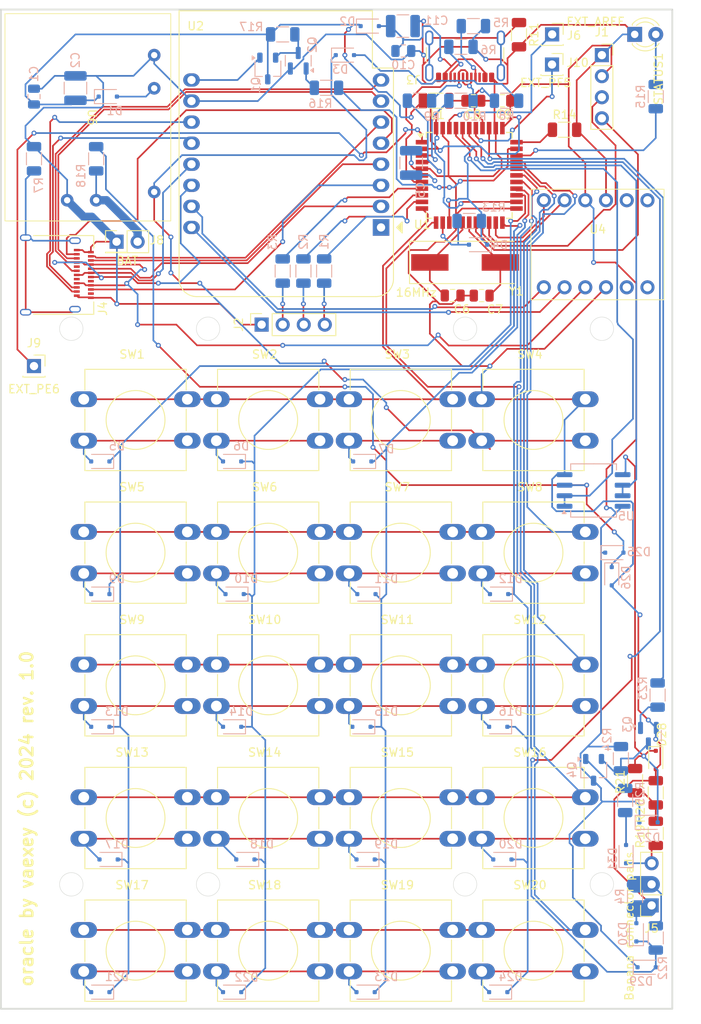
<source format=kicad_pcb>
(kicad_pcb (version 20240108) (generator "pcbnew") (generator_version "8.0")
  (layers (0 "F.Cu" signal) (31 "B.Cu" signal) (34 "B.Paste" user) (35 "F.Paste" user) (36 "B.SilkS" user "B.Silkscreen") (37 "F.SilkS" user "F.Silkscreen") (38 "B.Mask" user) (39 "F.Mask" user) (44 "Edge.Cuts" user))
  (net 0 "")
  (net 1 "Net-(D3-A)")
  (net 2 "CHG_BUTTON")
  (net 3 "Net-(D5-A)")
  (net 4 "KP_V_1")
  (net 5 "KP_V_2")
  (net 6 "Net-(D6-A)")
  (net 7 "KP_V_3")
  (net 8 "Net-(D7-A)")
  (net 9 "Net-(D9-A)")
  (net 10 "Net-(D10-A)")
  (net 11 "Net-(D11-A)")
  (net 12 "Net-(D12-A)")
  (net 13 "KP_V_4")
  (net 14 "Net-(D13-A)")
  (net 15 "Net-(D14-A)")
  (net 16 "Net-(D15-A)")
  (net 17 "Net-(D16-A)")
  (net 18 "Net-(D17-A)")
  (net 19 "Net-(D18-A)")
  (net 20 "Net-(D19-A)")
  (net 21 "Net-(D20-A)")
  (net 22 "Net-(D21-A)")
  (net 23 "Net-(D22-A)")
  (net 24 "Net-(D23-A)")
  (net 25 "Net-(D24-A)")
  (net 26 "Net-(D25-A)")
  (net 27 "+5V")
  (net 28 "Net-(D27-A)")
  (net 29 "ADC_A")
  (net 30 "Net-(D31-A)")
  (net 31 "SENSE_V")
  (net 32 "Net-(Q1-G)")
  (net 33 "ESP_5V")
  (net 34 "Net-(Q2-B)")
  (net 35 "Net-(Q3-C)")
  (net 36 "Net-(Q3-B)")
  (net 37 "Net-(Q4-D)")
  (net 38 "KP_H_1")
  (net 39 "KP_H_2")
  (net 40 "KP_H_3")
  (net 41 "KP_H_4")
  (net 42 "KP_H_5")
  (net 43 "Net-(C8-Pad1)")
  (net 44 "U_N_VBUS")
  (net 45 "Net-(U1-~{HWB}{slash}PE2)")
  (net 46 "Net-(U1-XTAL2)")
  (net 47 "EXT_PF5")
  (net 48 "Net-(U1-D+)")
  (net 49 "N_RESET")
  (net 50 "Net-(U1-PF6)")
  (net 51 "EXT_AREF")
  (net 52 "I2C_SCL")
  (net 53 "RGB_1")
  (net 54 "RGB_2")
  (net 55 "RGB_3")
  (net 56 "Net-(U1-D-)")
  (net 57 "Net-(U1-XTAL1)")
  (net 58 "I2C_SDA")
  (net 59 "ADC_BAT")
  (net 60 "Net-(U1-UCAP)")
  (net 61 "ENABLE_V_PULLUP")
  (net 62 "ADC_V")
  (net 63 "UART1_RX")
  (net 64 "EXT_PE6")
  (net 65 "UART1_TX")
  (net 66 "ENABLE_ESP")
  (net 67 "LED_STATUS")
  (net 68 "EPS_S4")
  (net 69 "Net-(U2-RX)")
  (net 70 "ESP_S0")
  (net 71 "ESP_SCL")
  (net 72 "ESP_MISO")
  (net 74 "+3.3V")
  (net 75 "ESP_A0")
  (net 76 "ESP_S3")
  (net 77 "ESP_SCK")
  (net 78 "Net-(U2-TX)")
  (net 79 "ESP_SDA")
  (net 80 "ESP_MOSI")
  (net 81 "ESP_CS")
  (net 82 "Net-(D1-A)")
  (net 83 "U_N_D+")
  (net 84 "U_N_D-")
  (net 85 "Net-(J3-CC2)")
  (net 86 "Net-(J3-SHIELD)")
  (net 87 "Net-(J3-CC1)")
  (net 88 "Net-(J4-SHIELD)")
  (net 93 "SENSE_I")
  (net 94 "Net-(J2-Pin_4)")
  (net 95 "Net-(J2-Pin_3)")
  (net 96 "Net-(J2-Pin_2)")
  (net 97 "Net-(STATUS1-A)")
  (net 98 "Net-(R19-Pad2)")
  (net 99 "GND")
  (net 100 "SENSE_BAT")
  (footprint "Button_Switch_THT:SW_PUSH-12mm" (layer "F.Cu") (at 3.5 78.5)
    (property "Reference" "SW9")
    (property "Value" "12mmx12mm")
  )
  (footprint "oracle:lipo_chg_module" (layer "F.Cu") (at 4 12.5 -90)
    (property "Reference" "U6")
    (property "Value" "CHG_MOD")
  )
  (footprint "Button_Switch_THT:SW_PUSH-12mm" (layer "F.Cu") (at 3.5 94.5)
    (property "Reference" "SW13")
    (property "Value" "12mmx12mm")
  )
  (footprint "Resistor_SMD:R_1206_3216Metric" (layer "F.Cu") (at 56 2.5375 -90)
    (property "Reference" "R11")
    (property "Value" "0R")
  )
  (footprint "Button_Switch_THT:SW_PUSH-12mm" (layer "F.Cu") (at 35.5 78.5)
    (property "Reference" "SW11")
    (property "Value" "12mmx12mm")
  )
  (footprint "Connector_USB:USB_C_Receptacle_GCT_USB4105-xx-A_16P_TopMnt_Horizontal" (layer "F.Cu") (at 49.5 4 180)
    (property "Reference" "J3")
    (property "Value" "USB-C U-N")
  )
  (footprint "Crystal:Crystal_SMD_HC49-SD" (layer "F.Cu") (at 49.5 30)
    (property "Reference" "Y1")
    (property "Value" "16MHz")
  )
  (footprint "Button_Switch_THT:SW_PUSH-12mm" (layer "F.Cu") (at 19.5 94.5)
    (property "Reference" "SW14")
    (property "Value" "12mmx12mm")
  )
  (footprint "Capacitor_SMD:C_0805_2012Metric" (layer "F.Cu") (at 54 10.5)
    (property "Reference" "C9")
    (property "Value" "100nF")
  )
  (footprint "Button_Switch_THT:SW_PUSH-12mm" (layer "F.Cu") (at 51.5 46.5)
    (property "Reference" "SW4")
    (property "Value" "12mmx12mm")
  )
  (footprint "Button_Switch_THT:SW_PUSH-12mm" (layer "F.Cu") (at 19.5 78.5)
    (property "Reference" "SW10")
    (property "Value" "12mmx12mm")
  )
  (footprint "Button_Switch_THT:SW_PUSH-12mm" (layer "F.Cu") (at 19.5 110.5)
    (property "Reference" "SW18")
    (property "Value" "12mmx12mm")
  )
  (footprint "Button_Switch_THT:SW_PUSH-12mm" (layer "F.Cu") (at 51.5 94.5)
    (property "Reference" "SW16")
    (property "Value" "12mmx12mm")
  )
  (footprint "Connector_PinSocket_2.54mm:PinSocket_1x01_P2.54mm_Vertical" (layer "F.Cu") (at 60 2.5)
    (property "Reference" "J6")
    (property "Value" "EXT_AREF")
  )
  (footprint "Connector_PinSocket_2.54mm:PinSocket_1x01_P2.54mm_Vertical" (layer "F.Cu") (at 59.981867 6.134407)
    (property "Reference" "J10")
    (property "Value" "EXT_PF5")
  )
  (footprint "Inductor_SMD:L_1206_3216Metric" (layer "F.Cu") (at 46 10.5)
    (property "Reference" "L1")
    (property "Value" "10uH")
  )
  (footprint "Button_Switch_THT:SW_PUSH-12mm" (layer "F.Cu") (at 35.5 46.5)
    (property "Reference" "SW3")
    (property "Value" "12mmx12mm")
  )
  (footprint "Resistor_SMD:R_1206_3216Metric" (layer "F.Cu") (at 72.5 93.9625 90)
    (property "Reference" "R20")
    (property "Value" "10k")
  )
  (footprint "Connector_USB:USB_C_Receptacle_Amphenol_12401610E4-2A" (layer "F.Cu") (at -0.66 31.51 -90)
    (property "Reference" "J4")
    (property "Value" "USB-C U-S")
  )
  (footprint "Button_Switch_THT:SW_PUSH-12mm" (layer "F.Cu") (at 19.5 62.5)
    (property "Reference" "SW6")
    (property "Value" "12mmx12mm")
  )
  (footprint "Connector_PinHeader_2.54mm:PinHeader_2x01_P2.54mm_Vertical" (layer "F.Cu") (at 7.46 27.5)
    (property "Reference" "J8")
    (property "Value" "BAT")
  )
  (footprint "Module:WEMOS_D1_mini_light" (layer "F.Cu") (at 39.36 25.78 180)
    (property "Reference" "U2")
    (property "Value" "WeMos_D1_mini")
  )
  (footprint "Button_Switch_THT:SW_PUSH-12mm" (layer "F.Cu") (at 35.5 110.5)
    (property "Reference" "SW19")
    (property "Value" "12mmx12mm")
  )
  (footprint "Button_Switch_THT:SW_PUSH-12mm" (layer "F.Cu") (at 35.5 62.5)
    (property "Reference" "SW7")
    (property "Value" "12mmx12mm")
  )
  (footprint "Package_QFP:TQFP-44_10x10mm_P0.8mm" (layer "F.Cu") (at 50 19.5)
    (property "Reference" "U1")
    (property "Value" "ATmega32U4-A")
  )
  (footprint "Button_Switch_THT:SW_PUSH-12mm" (layer "F.Cu") (at 51.5 62.5)
    (property "Reference" "SW8")
    (property "Value" "12mmx12mm")
  )
  (footprint "Button_Switch_THT:SW_PUSH-12mm" (layer "F.Cu") (at 51.5 78.5)
    (property "Reference" "SW12")
    (property "Value" "12mmx12mm")
  )
  (footprint "Button_Switch_THT:SW_PUSH-12mm" (layer "F.Cu") (at 3.5 110.5)
    (property "Reference" "SW17")
    (property "Value" "12mmx12mm")
  )
  (footprint "Capacitor_SMD:C_0805_2012Metric" (layer "F.Cu") (at 48 33.99 180)
    (property "Reference" "C6")
    (property "Value" "22pF")
  )
  (footprint "oracle:4ch_level_shifter_v1" (layer "F.Cu") (at 65.5 26.5)
    (property "Reference" "U4")
    (property "Value" "~")
  )
  (footprint "Connector_PinSocket_2.54mm:PinSocket_1x03_P2.54mm_Vertical" (layer "F.Cu") (at 72 107.54 180)
    (property "Reference" "J5")
    (property "Value" "Banana connector pads")
  )
  (footprint "Connector_PinSocket_2.54mm:PinSocket_1x01_P2.54mm_Vertical" (layer "F.Cu") (at -2.5 42.5)
    (property "Reference" "J9")
    (property "Value" "EXT_PE6")
  )
  (footprint "Button_Switch_THT:SW_PUSH-12mm" (layer "F.Cu") (at 3.5 46.5)
    (property "Reference" "SW1")
    (property "Value" "12mmx12mm")
  )
  (footprint "Resistor_SMD:R_1206_3216Metric" (layer "F.Cu") (at 70 92.5 90)
    (property "Reference" "R21")
    (property "Value" "100R")
  )
  (footprint "Connector_PinSocket_2.54mm:PinSocket_1x04_P2.54mm_Vertical" (layer "F.Cu") (at 66 5)
    (property "Reference" "J1")
    (property "Value" "I2C multiplexer")
  )
  (footprint "Resistor_SMD:R_1206_3216Metric" (layer "F.Cu") (at 72.5 98.852633 90)
    (property "Reference" "R19")
    (property "Value" "51k")
  )
  (footprint "Button_Switch_THT:SW_PUSH-12mm" (layer "F.Cu") (at 19.5 46.5)
    (property "Reference" "SW2")
    (property "Value" "12mmx12mm")
  )
  (footprint "Button_Switch_THT:SW_PUSH-12mm" (layer "F.Cu") (at 51.5 110.5)
    (property "Reference" "SW20")
    (property "Value" "12mmx12mm")
  )
  (footprint "Capacitor_SMD:C_0805_2012Metric" (layer "F.Cu") (at 51.5 34)
    (property "Reference" "C7")
    (property "Value" "22pF")
  )
  (footprint "Connector_PinSocket_2.54mm:PinSocket_1x04_P2.54mm_Vertical" (layer "F.Cu") (at 24.96 37.5 90)
    (property "Reference" "J2")
    (property "Value" "LCD RGB LED")
  )
  (footprint "Diode_SMD:D_SOD-323F" (layer "F.Cu") (at 72.5 90 -90)
    (property "Reference" "D28")
    (property "Value" "1N4148WS")
  )
  (footprint "Button_Switch_THT:SW_PUSH-12mm" (layer "F.Cu") (at 3.5 62.5)
    (property "Reference" "SW5")
    (property "Value" "12mmx12mm")
  )
  (footprint "Resistor_SMD:R_1206_3216Metric" (layer "F.Cu") (at 61.5 14)
    (property "Reference" "R14")
    (property "Value" "10k")
  )
  (footprint "LED_THT:LED_D3.0mm" (layer "F.Cu") (at 69.96 2.5)
    (property "Reference" "STATUS1")
    (property "Value" "Yellow")
  )
  (footprint "Capacitor_SMD:C_0805_2012Metric" (layer "F.Cu") (at 50.5 10.5)
    (property "Reference" "C8")
    (property "Value" "100nF")
  )
  (footprint "Button_Switch_THT:SW_PUSH-12mm" (layer "F.Cu") (at 35.5 94.5)
    (property "Reference" "SW15")
    (property "Value" "12mmx12mm")
  )
  (footprint "Diode_SMD:D_SOD-323F" (layer "B.Cu") (at 68.917117 101.358389 90)
    (property "Reference" "D31")
    (property "Value" "1N4148WS")
  )
  (footprint "Diode_SMD:D_SOD-323F" (layer "B.Cu") (at 37.1 54 180)
    (property "Reference" "D7")
    (property "Value" "1N4148WS")
  )
  (footprint "Resistor_SMD:R_1206_3216Metric" (layer "B.Cu") (at 54.5 10.5)
    (property "Reference" "R8")
    (property "Value" "1k")
  )
  (footprint "Resistor_SMD:R_1206_3216Metric" (layer "B.Cu") (at 50 25 180)
    (property "Reference" "R13")
    (property "Value" "10k")
  )
  (footprint "Diode_SMD:D_SOD-323F" (layer "B.Cu") (at 5.5 54 180)
    (property "Reference" "D5")
    (property "Value" "1N4148WS")
  )
  (footprint "Diode_SMD:D_SOD-323F" (layer "B.Cu") (at 6.5 102 180)
    (property "Reference" "D17")
    (property "Value" "1N4148WS")
  )
  (footprint "Diode_SMD:D_SOD-323F" (layer "B.Cu") (at 51.068469 27.857604 180)
    (property "Reference" "D4")
    (property "Value" "1N4148WS")
  )
  (footprint "Diode_SMD:D_SOD-323F" (layer "B.Cu") (at 38 1.5)
    (property "Reference" "D2")
    (property "Value" "BAT760")
  )
  (footprint "Resistor_SMD:R_1206_3216Metric" (layer "B.Cu") (at 30 31.0375 90)
    (property "Reference" "R2")
    (property "Value" "1k")
  )
  (footprint "Resistor_SMD:R_1206_3216Metric" (layer "B.Cu") (at 68.811413 94.884032 90)
    (property "Reference" "R25")
    (property "Value" "10k")
  )
  (footprint "Diode_SMD:D_SOD-323F" (layer "B.Cu") (at 5.5 118 180)
    (property "Reference" "D21")
    (property "Value" "1N4148WS")
  )
  (footprint "Capacitor_SMD:C_0805_2012Metric" (layer "B.Cu") (at -2.5 10 90)
    (property "Reference" "C1")
    (property "Value" "100nF")
  )
  (footprint "Diode_SMD:D_SOD-323F" (layer "B.Cu") (at 70.160476 110.785182 90)
    (property "Reference" "D30")
    (property "Value" "1N4148WS")
  )
  (footprint "Resistor_SMD:R_1206_3216Metric" (layer "B.Cu") (at 49 10.5 180)
    (property "Reference" "R10")
    (property "Value" "22R")
  )
  (footprint "Resistor_SMD:R_1206_3216Metric" (layer "B.Cu") (at 27.5 2.5)
    (property "Reference" "R17")
    (property "Value" "100k")
  )
  (footprint "Diode_SMD:D_SOD-323F" (layer "B.Cu") (at 23 102 180)
    (property "Reference" "D18")
    (property "Value" "1N4148WS")
  )
  (footprint "Resistor_SMD:R_1206_3216Metric" (layer "B.Cu") (at -2.5 17.5 90)
    (property "Reference" "R7")
    (property "Value" "0R")
  )
  (footprint "Package_TO_SOT_SMD:TSOT-23" (layer "B.Cu") (at 65 91.19 -90)
    (property "Reference" "Q4")
    (property "Value" "AO3407A")
  )
  (footprint "Diode_SMD:D_SOD-323F" (layer "B.Cu") (at 54 102 180)
    (property "Reference" "D20")
    (property "Value" "1N4148WS")
  )
  (footprint "Resistor_SMD:R_1206_3216Metric" (layer "B.Cu") (at 68.294242 89.849017 -90)
    (property "Reference" "R24")
    (property "Value" "100k")
  )
  (footprint "Diode_SMD:D_SOD-323F" (layer "B.Cu") (at 37 86 180)
    (property "Reference" "D15")
    (property "Value" "1N4148WS")
  )
  (footprint "Resistor_SMD:R_1206_3216Metric" (layer "B.Cu") (at 27.5 31.0375 90)
    (property "Reference" "R3")
    (property "Value" "1k")
  )
  (footprint "Diode_SMD:D_SOD-323F" (layer "B.Cu") (at 53.5 118 180)
    (property "Reference" "D24")
    (property "Value" "1N4148WS")
  )
  (footprint "Diode_SMD:D_SOD-323F" (layer "B.Cu") (at 53.6 70 180)
    (property "Reference" "D12")
    (property "Value" "1N4148WS")
  )
  (footprint "Resistor_SMD:R_1206_3216Metric" (layer "B.Cu") (at 70 106.4625 -90)
    (property "Reference" "R4")
    (property "Value" "0.5R")
  )
  (footprint "Diode_SMD:D_SOD-323F" (layer "B.Cu") (at 5.5 86 180)
    (property "Reference" "D13")
    (property "Value" "1N4148WS")
  )
  (footprint "Capacitor_SMD:C_1210_3225Metric" (layer "B.Cu") (at 2.5 8.975 90)
    (property "Reference" "C2")
    (property "Value" "22uF")
  )
  (footprint "Diode_SMD:D_SOD-323F" (layer "B.Cu") (at 35 5)
    (property "Reference" "D3")
    (property "Value" "1N4148WS")
  )
  (footprint "Package_TO_SOT_SMD:SOT-23" (layer "B.Cu") (at 71.608017 87.078461 -90)
    (property "Reference" "Q3")
    (property "Value" "SS8050")
  )
  (footprint "Resistor_SMD:R_1206_3216Metric" (layer "B.Cu") (at 44 10.5 180)
    (property "Reference" "R9")
    (property "Value" "22R")
  )
  (footprint "Package_TO_SOT_SMD:SOT-23" (layer "B.Cu") (at 29.373273 5.676397 90)
    (property "Reference" "Q2")
    (property "Value" "SS8050")
  )
  (footprint "Capacitor_SMD:C_1210_3225Metric" (layer "B.Cu") (at 42 1.5)
    (property "Reference" "C11")
    (property "Value" "22uF")
  )
  (footprint "Package_SO:SO-8_5.3x6.2mm_P1.27mm" (layer "B.Cu") (at 65 57.5)
    (property "Reference" "U5")
    (property "Value" "NE5532")
  )
  (footprint "Resistor_SMD:R_1206_3216Metric" (layer "B.Cu") (at 72.5 10 -90)
    (property "Reference" "R15")
    (property "Value" "1k")
  )
  (footprint "Diode_SMD:D_SOD-323F" (layer "B.Cu") (at 6.4 10)
    (property "Reference" "D1")
    (property "Value" "BAT760")
  )
  (footprint "Diode_SMD:D_SOD-323F" (layer "B.Cu") (at 67.192095 67.84325 -90)
    (property "Reference" "D26")
    (property "Value" "1N4148WS")
  )
  (footprint "Package_TO_SOT_SMD:TSOT-23" (layer "B.Cu") (at 25.69772 6.613124 -90)
    (property "Reference" "Q1")
    (property "Value" "AO3407A")
  )
  (footprint "Capacitor_SMD:C_0805_2012Metric" (layer "B.Cu") (at 42.05 4.5)
    (property "Reference" "C10")
    (property "Value" "100nF")
  )
  (footprint "Diode_SMD:D_SOD-323F" (layer "B.Cu") (at 21.7 70 180)
    (property "Reference" "D10")
    (property "Value" "1N4148WS")
  )
  (footprint "Resistor_SMD:R_1206_3216Metric" (layer "B.Cu") (at 32.5 31.0375 90)
    (property "Reference" "R1")
    (property "Value" "1k")
  )
  (footprint "Diode_SMD:D_SOD-323F" (layer "B.Cu") (at 71.630887 97.52457)
    (property "Reference" "D27")
    (property "Value" "1N4148WS")
  )
  (footprint "Diode_SMD:D_SOD-323F" (layer "B.Cu") (at 5.5 70 180)
    (property "Reference" "D9")
    (property "Value" "1N4148WS")
  )
  (footprint "Resistor_SMD:R_1206_3216Metric" (layer "B.Cu") (at 5 17.5 90)
    (property "Reference" "R18")
    (property "Value" "10k")
  )
  (footprint "Resistor_SMD:R_1206_3216Metric" (layer "B.Cu") (at 49 4)
    (property "Reference" "R6")
    (property "Value" "5.1k")
  )
  (footprint "Resistor_SMD:R_1206_3216Metric" (layer "B.Cu") (at 72.5 111.4625 -90)
    (property "Reference" "R22")
    (property "Value" "100R")
  )
  (footprint "Capacitor_SMD:C_1210_3225Metric" (layer "B.Cu") (at 43 18 90)
    (property "Reference" "C5")
    (property "Value" "1uF")
  )
  (footprint "Diode_SMD:D_SOD-323F" (layer "B.Cu") (at 21.4 118 180)
    (property "Reference" "D22")
    (property "Value" "1N4148WS")
  )
  (footprint "Resistor_SMD:R_1206_3216Metric" (layer "B.Cu") (at 72.721183 82.174868 90)
    (property "Reference" "R23")
    (property "Value" "10k")
  )
  (footprint "Diode_SMD:D_SOD-323F" (layer "B.Cu") (at 67.5 65)
    (property "Reference" "D25")
    (property "Value" "1N4148WS")
  )
  (footprint "Diode_SMD:D_SOD-323F" (layer "B.Cu") (at 37.6 70 180)
    (property "Reference" "D11")
    (property "Value" "1N4148WS")
  )
  (footprint "Diode_SMD:D_SOD-323F" (layer "B.Cu") (at 21.4 86 180)
    (property "Reference" "D14")
    (property "Value" "1N4148WS")
  )
  (footprint "Diode_SMD:D_SOD-323F" (layer "B.Cu") (at 71.4 115)
    (property "Reference" "D29")
    (property "Value" "1N4148WS")
  )
  (footprint "Resistor_SMD:R_1206_3216Metric" (layer "B.Cu") (at 50.5 1.5)
    (property "Reference" "R5")
    (property "Value" "5.1k")
  )
  (footprint "Diode_SMD:D_SOD-323F" (layer "B.Cu") (at 37.5 118 180)
    (property "Reference" "D23")
    (property "Value" "1N4148WS")
  )
  (footprint "Resistor_SMD:R_1206_3216Metric" (layer "B.Cu") (at 32.777328 8.938261)
    (property "Reference" "R16")
    (property "Value" "10k")
  )
  (footprint "Diode_SMD:D_SOD-323F" (layer "B.Cu") (at 53.5 86 180)
    (property "Reference" "D16")
    (property "Value" "1N4148WS")
  )
  (footprint "Diode_SMD:D_SOD-323F" (layer "B.Cu") (at 37.5 102 180)
    (property "Reference" "D19")
    (property "Value" "1N4148WS")
  )
  (footprint "Diode_SMD:D_SOD-323F" (layer "B.Cu") (at 21.4 54 180)
    (property "Reference" "D6")
    (property "Value" "1N4148WS")
  )
  (gr_circle (center 66 105) (end 67.414214 105) (stroke (width 0.05)) (fill none) (layer "Edge.Cuts"))
  (gr_rect (start -6.5 -0.5) (end 74.5 120) (stroke (width 0.2)) (fill none) (layer "Edge.Cuts"))
  (gr_circle (center 66 38) (end 67.414214 38) (stroke (width 0.05)) (fill none) (layer "Edge.Cuts"))
  (gr_circle (center 2 105) (end 3.414214 105) (stroke (width 0.05)) (fill none) (layer "Edge.Cuts"))
  (gr_circle (center 2 38) (end 3.414214 38) (stroke (width 0.05)) (fill none) (layer "Edge.Cuts"))
  (gr_circle (center 49.5 105) (end 50.914214 105) (stroke (width 0.05)) (fill none) (layer "Edge.Cuts"))
  (gr_circle (center 49.5 38) (end 50.914214 38) (stroke (width 0.05)) (fill none) (layer "Edge.Cuts"))
  (gr_circle (center 18.5 38) (end 19.914214 38) (stroke (width 0.05)) (fill none) (layer "Edge.Cuts"))
  (gr_circle (center 18.5 105) (end 19.914214 105) (stroke (width 0.05)) (fill none) (layer "Edge.Cuts"))
  (gr_text "oracle by vaexey (c) 2024 rev. 1.0" (at -2.5 117.5 90) (layer "F.SilkS") (effects (font (size 1.5 1.5) (thickness 0.3) (bold yes)) (justify left bottom)))
  (segment (start 45.909495 8.090505) (end 45.545 8.455) (width 0.2) (layer "B.Cu") (net 1))
  (segment (start 50.590505 8.090505) (end 45.909495 8.090505) (width 0.2) (layer "B.Cu") (net 1))
  (segment (start 50.971819 8.471819) (end 50.590505 8.090505) (width 0.2) (layer "B.Cu") (net 1))
  (segment (start 53.934319 8.471819) (end 50.971819 8.471819) (width 0.2) (layer "B.Cu") (net 1))
  (segment (start 42.7 6.9) (end 39.3 6.9) (width 0.2) (layer "B.Cu") (net 1))
  (segment (start 45.545 8.455) (end 44.255 8.455) (width 0.2) (layer "B.Cu") (net 1))
  (segment (start 55.9625 10.5) (end 53.934319 8.471819) (width 0.2) (layer "B.Cu") (net 1))
  (segment (start 36.1 5) (end 37.4 5) (width 0.2) (layer "B.Cu") (net 1))
  (segment (start 44.255 8.455) (end 42.7 6.9) (width 0.2) (layer "B.Cu") (net 1))
  (segment (start 39.3 6.9) (end 37.4 5) (width 0.2) (layer "B.Cu") (net 1))
  (segment (start 32.5 41.9) (end 34.723457 44.123457) (width 0.2) (layer "F.Cu") (net 2))
  (segment (start 52.5 52.5) (end 50.25 50.25) (width 0.2) (layer "F.Cu") (net 2))
  (segment (start 12 21.5) (end 12 24.926291) (width 0.2) (layer "F.Cu") (net 2))
  (segment (start 42.75 50.25) (end 40 47.5) (width 0.2) (layer "F.Cu") (net 2))
  (segment (start 34.723457 44.123457) (end 35.002144 44.123457) (width 0.2) (layer "F.Cu") (net 2))
  (segment (start 50.25 50.25) (end 42.75 50.25) (width 0.2) (layer "F.Cu") (net 2))
  (segment (start 12 24.926291) (end 14.014905 26.941196) (width 0.2) (layer "F.Cu") (net 2))
  (segment (start 15.260474 32.5) (end 17.5 32.5) (width 0.2) (layer "F.Cu") (net 2))
  (segment (start 51.5 51.5) (end 64 51.5) (width 0.2) (layer "F.Cu") (net 2))
  (segment (start 14.015464 31.25499) (end 15.260474 32.5) (width 0.2) (layer "F.Cu") (net 2))
  (segment (start 51.5 51.5) (end 52.5 52.5) (width 0.2) (layer "F.Cu") (net 2))
  (via (at 32.5 41.9) (size 0.6) (drill 0.3) (layers "F.Cu" "B.Cu") (net 2))
  (via (at 14.014905 26.941196) (size 0.6) (drill 0.3) (layers "F.Cu" "B.Cu") (net 2))
  (via (at 17.5 32.5) (size 0.6) (drill 0.3) (layers "F.Cu" "B.Cu") (net 2))
  (via (at 35.002144 44.123457) (size 0.6) (drill 0.3) (layers "F.Cu" "B.Cu") (net 2))
  (via (at 14.015464 31.25499) (size 0.6) (drill 0.3) (layers "F.Cu" "B.Cu") (net 2))
  (via (at 40 47.5) (size 0.6) (drill 0.3) (layers "F.Cu" "B.Cu") (net 2))
  (segment (start 12 20.42237) (end 15.36237 17.06) (width 0.2) (layer "B.Cu") (net 2))
  (segment (start 12 21.5) (end 12 20.42237) (width 0.2) (layer "B.Cu") (net 2))
  (segment (start 33.377328 9.798005) (end 33.377328 5.522672) (width 0.2) (layer "B.Cu") (net 2))
  (segment (start 35.002144 44.123457) (end 37.189143 44.123457) (width 0.2) (layer "B.Cu") (net 2))
  (segment (start 37.591271 14.011948) (end 33.377328 9.798005) (width 0.2) (layer "B.Cu") (net 2))
  (segment (start 27.173 42.173) (end 32.5 42.173) (width 0.2) (layer "B.Cu") (net 2))
  (segment (start 36.11835 17.06) (end 36.742742 17.684392) (width 0.2) (layer "B.Cu") (net 2))
  (segment (start 37.189143 44.123457) (end 40 46.934314) (width 0.2) (layer "B.Cu") (net 2))
  (segment (start 32.5 42.173) (end 32.5 41.9) (width 0.2) (layer "B.Cu") (net 2))
  (segment (start 37.591271 17.332921) (end 37.591271 14.011948) (width 0.2) (layer "B.Cu") (net 2))
  (segment (start 40 46.934314) (end 40 47.5) (width 0.2) (layer "B.Cu") (net 2))
  (segment (start 33.377328 5.522672) (end 33.9 5) (width 0.2) (layer "B.Cu") (net 2))
  (segment (start 17.5 32.5) (end 27.173 42.173) (width 0.2) (layer "B.Cu") (net 2))
  (segment (start 14.014905 31.254431) (end 14.015464 31.25499) (width 0.2) (layer "B.Cu") (net 2))
  (segment (start 14.014905 26.941196) (end 14.014905 31.254431) (width 0.2) (layer "B.Cu") (net 2))
  (segment (start 37.2398 17.684392) (end 37.591271 17.332921) (width 0.2) (layer "B.Cu") (net 2))
  (segment (start 36.742742 17.684392) (end 37.2398 17.684392) (width 0.2) (layer "B.Cu") (net 2))
  (segment (start 15.36237 17.06) (end 36.11835 17.06) (width 0.2) (layer "B.Cu") (net 2))
  (segment (start 3.5 51.5) (end 16 51.5) (width 0.2) (layer "F.Cu") (net 3))
  (segment (start 3.5 53.1) (end 3.5 51.5) (width 0.2) (layer "B.Cu") (net 3))
  (segment (start 4.4 54) (end 3.5 53.1) (width 0.2) (layer "B.Cu") (net 3))
  (segment (start 56.75 24.075) (end 55.825 25) (width 0.2) (layer "F.Cu") (net 4))
  (segment (start 55.7 21.9) (end 56.65 21.9) (width 0.2) (layer "F.Cu") (net 4))
  (segment (start 56.65 21.9) (end 56.75 22) (width 0.2) (layer "F.Cu") (net 4))
  (segment (start 56.75 22) (end 56.75 24.075) (width 0.2) (layer "F.Cu") (net 4))
  (segment (start 55.825 25) (end 55 25) (width 0.2) (layer "F.Cu") (net 4))
  (via (at 55 25) (size 0.6) (drill 0.3) (layers "F.Cu" "B.Cu") (net 4))
  (segment (start 7.9 67.5) (end 7.9 54) (width 0.2) (layer "B.Cu") (net 4))
  (segment (start 6.6 68.8) (end 7.9 67.5) (width 0.2) (layer "B.Cu") (net 4))
  (segment (start 8.4 102) (end 8.9 102.5) (width 0.2) (layer "B.Cu") (net 4))
  (segment (start 50 42.5) (end 17.5 42.5) (width 0.2) (layer "B.Cu") (net 4))
  (segment (start 7.9 52.7) (end 7.9 52.5) (width 0.2) (layer "B.Cu") (net 4))
  (segment (start 8.9 102) (end 8.9 87) (width 0.2) (layer "B.Cu") (net 4))
  (segment (start 55 25) (end 55 37.5) (width 0.2) (layer "B.Cu") (net 4))
  (segment (start 8.9 102) (end 8.9 102.5) (width 0.2) (layer "B.Cu") (net 4))
  (segment (start 7.6 102) (end 8.4 102) (width 0.2) (layer "B.Cu") (net 4))
  (segment (start 55 37.5) (end 50 42.5) (width 0.2) (layer "B.Cu") (net 4))
  (segment (start 8.9 102.5) (end 8.9 115.7) (width 0.2) (layer "B.Cu") (net 4))
  (segment (start 17.5 42.5) (end 7.9 52.1) (width 0.2) (layer "B.Cu") (net 4))
  (segment (start 7.9 86) (end 7.9 70) (width 0.2) (layer "B.Cu") (net 4))
  (segment (start 6.6 54) (end 7.9 52.7) (width 0.2) (layer "B.Cu") (net 4))
  (segment (start 8.9 87) (end 7.9 86) (width 0.2) (layer "B.Cu") (net 4))
  (segment (start 7.9 52.1) (end 7.9 52.5) (width 0.2) (layer "B.Cu") (net 4))
  (segment (start 7.9 70) (end 7.9 67.5) (width 0.2) (layer "B.Cu") (net 4))
  (segment (start 6.6 70) (end 6.6 68.8) (width 0.2) (layer "B.Cu") (net 4))
  (segment (start 8.9 115.7) (end 6.6 118) (width 0.2) (layer "B.Cu") (net 4))
  (segment (start 6.6 86) (end 7.9 86) (width 0.2) (layer "B.Cu") (net 4))
  (segment (start 7.9 52.5) (end 7.9 54) (width 0.2) (layer "B.Cu") (net 4))
  (segment (start 56.119745 25.523332) (end 56.043077 25.6) (width 0.2) (layer "F.Cu") (net 5))
  (segment (start 56.043077 25.6) (end 54.4 25.6) (width 0.2) (layer "F.Cu") (net 5))
  (segment (start 54.4 25.6) (end 54 25.2) (width 0.2) (layer "F.Cu") (net 5))
  (via (at 56.119745 25.523332) (size 0.6) (drill 0.3) (layers "F.Cu" "B.Cu") (net 5))
  (segment (start 23.8 86) (end 23.8 70.3) (width 0.2) (layer "B.Cu") (net 5))
  (segment (start 55.4 26.243077) (end 55.4 37.665686) (width 0.2) (layer "B.Cu") (net 5))
  (segment (start 22.5 54) (end 23.8 54) (width 0.2) (layer "B.Cu") (net 5))
  (segment (start 56.119745 25.523332) (end 55.4 26.243077) (width 0.2) (layer "B.Cu") (net 5))
  (segment (start 23.8 70.3) (end 24.1 70) (width 0.2) (layer "B.Cu") (net 5))
  (segment (start 25.4 102) (end 25.4 87.6) (width 0.2) (layer "B.Cu") (net 5))
  (segment (start 23.5 70) (end 23.8 70.3) (width 0.2) (layer "B.Cu") (net 5))
  (segment (start 25.4 102) (end 25.4 102.5) (width 0.2) (layer "B.Cu") (net 5))
  (segment (start 55.4 37.665686) (end 50.165686 42.9) (width 0.2) (layer "B.Cu") (net 5))
  (segment (start 22.5 86) (end 23.8 86) (width 0.2) (layer "B.Cu") (net 5))
  (segment (start 25.4 102.5) (end 25.4 115.1) (width 0.2) (layer "B.Cu") (net 5))
  (segment (start 24.9 102) (end 25.4 102.5) (width 0.2) (layer "B.Cu") (net 5))
  (segment (start 25.4 87.6) (end 23.8 86) (width 0.2) (layer "B.Cu") (net 5))
  (segment (start 24.1 54.3) (end 23.8 54) (width 0.2) (layer "B.Cu") (net 5))
  (segment (start 22.8 70) (end 23.5 70) (width 0.2) (layer "B.Cu") (net 5))
  (segment (start 24.1 102) (end 24.9 102) (width 0.2) (layer "B.Cu") (net 5))
  (segment (start 24.1 50.9) (end 24.1 54.3) (width 0.2) (layer "B.Cu") (net 5))
  (segment (start 32.1 42.9) (end 24.1 50.9) (width 0.2) (layer "B.Cu") (net 5))
  (segment (start 24.1 70) (end 24.1 54.3) (width 0.2) (layer "B.Cu") (net 5))
  (segment (start 50.165686 42.9) (end 32.1 42.9) (width 0.2) (layer "B.Cu") (net 5))
  (segment (start 25.4 115.1) (end 22.5 118) (width 0.2) (layer "B.Cu") (net 5))
  (segment (start 19.5 51.5) (end 32 51.5) (width 0.2) (layer "F.Cu") (net 6))
  (segment (start 20.3 54) (end 19.5 53.2) (width 0.2) (layer "B.Cu") (net 6))
  (segment (start 19.5 53.2) (end 19.5 51.5) (width 0.2) (layer "B.Cu") (net 6))
  (segment (start 57.15 24.240686) (end 57.15 21.834314) (width 0.2) (layer "F.Cu") (net 7))
  (segment (start 57.15 21.834314) (end 56.640686 21.325) (width 0.2) (layer "F.Cu") (net 7))
  (segment (start 56.700453 24.690233) (end 57.15 24.240686) (width 0.2) (layer "F.Cu") (net 7))
  (segment (start 56.640686 21.325) (end 55.7 21.325) (width 0.2) (layer "F.Cu") (net 7))
  (segment (start 56.700453 24.973076) (end 56.700453 24.690233) (width 0.2) (layer "F.Cu") (net 7))
  (segment (start 55.7 21.325) (end 55.7 21.1) (width 0.2) (layer "F.Cu") (net 7))
  (via (at 56.700453 24.973076) (size 0.6) (drill 0.3) (layers "F.Cu" "B.Cu") (net 7))
  (segment (start 56.719745 25.780255) (end 55.8 26.7) (width 0.2) (layer "B.Cu") (net 7))
  (segment (start 39.4 86) (end 39.9 86.5) (width 0.2) (layer "B.Cu") (net 7))
  (segment (start 40 52.082233) (end 40 70) (width 0.2) (layer "B.Cu") (net 7))
  (segment (start 56.700453 24.973076) (end 56.700453 25.255511) (width 0.2) (layer "B.Cu") (net 7))
  (segment (start 39.9 86.5) (end 39.9 102.5) (width 0.2) (layer "B.Cu") (net 7))
  (segment (start 39.3 70.6) (end 38.7 70) (width 0.2) (layer "B.Cu") (net 7))
  (segment (start 40 52.5) (end 40 52.082233) (width 0.2) (layer "B.Cu") (net 7))
  (segment (start 39.4 102) (end 39.9 102.5) (width 0.2) (layer "B.Cu") (net 7))
  (segment (start 55.8 26.7) (end 55.8 37.831372) (width 0.2) (layer "B.Cu") (net 7))
  (segment (start 39.4 70.6) (end 39.3 70.6) (width 0.2) (layer "B.Cu") (net 7))
  (segment (start 38.6 102) (end 39.4 102) (width 0.2) (layer "B.Cu") (net 7))
  (segment (start 39.9 116.7) (end 39.9 102.5) (width 0.2) (layer "B.Cu") (net 7))
  (segment (start 38.6 118) (end 39.9 116.7) (width 0.2) (layer "B.Cu") (net 7))
  (segment (start 38.2 54) (end 38.5 54) (width 0.2) (layer "B.Cu") (net 7))
  (segment (start 39.4 70.6) (end 39.4 86) (width 0.2) (layer "B.Cu") (net 7))
  (segment (start 55.8 37.831372) (end 50.331372 43.3) (width 0.2) (layer "B.Cu") (net 7))
  (segment (start 38.1 86) (end 39.4 86) (width 0.2) (layer "B.Cu") (net 7))
  (segment (start 38.5 54) (end 40 52.5) (width 0.2) (layer "B.Cu") (net 7))
  (segment (start 48.782233 43.3) (end 40 52.082233) (width 0.2) (layer "B.Cu") (net 7))
  (segment (start 56.719745 25.274803) (end 56.719745 25.780255) (width 0.2) (layer "B.Cu") (net 7))
  (segment (start 56.700453 25.255511) (end 56.719745 25.274803) (width 0.2) (layer "B.Cu") (net 7))
  (segment (start 50.331372 43.3) (end 48.782233 43.3) (width 0.2) (layer "B.Cu") (net 7))
  (segment (start 40 70) (end 39.4 70.6) (width 0.2) (layer "B.Cu") (net 7))
  (segment (start 35.5 51.5) (end 48 51.5) (width 0.2) (layer "F.Cu") (net 8))
  (segment (start 35.5 53.5) (end 35.5 51.5) (width 0.2) (layer "B.Cu") (net 8))
  (segment (start 36 54) (end 35.5 53.5) (width 0.2) (layer "B.Cu") (net 8))
  (segment (start 3.5 67.5) (end 16 67.5) (width 0.2) (layer "F.Cu") (net 9))
  (segment (start 3.5 69.1) (end 3.5 67.5) (width 0.2) (layer "B.Cu") (net 9))
  (segment (start 4.4 70) (end 3.5 69.1) (width 0.2) (layer "B.Cu") (net 9))
  (segment (start 19.5 67.5) (end 32 67.5) (width 0.2) (layer "F.Cu") (net 10))
  (segment (start 19.5 68.9) (end 19.5 67.5) (width 0.2) (layer "B.Cu") (net 10))
  (segment (start 20.6 70) (end 19.5 68.9) (width 0.2) (layer "B.Cu") (net 10))
  (segment (start 35.5 67.5) (end 48 67.5) (width 0.2) (layer "F.Cu") (net 11))
  (segment (start 35.5 69) (end 35.5 67.5) (width 0.2) (layer "B.Cu") (net 11))
  (segment (start 36.5 70) (end 35.5 69) (width 0.2) (layer "B.Cu") (net 11))
  (segment (start 51.5 67.5) (end 64 67.5) (width 0.2) (layer "F.Cu") (net 12))
  (segment (start 51.5 69) (end 51.5 67.5) (width 0.2) (layer "B.Cu") (net 12))
  (segment (start 52.5 70) (end 51.5 69) (width 0.2) (layer "B.Cu") (net 12))
  (segment (start 57.55 24.95) (end 57.5 25) (width 0.2) (layer "F.Cu") (net 13))
  (segment (start 57.55 21.325) (end 57.55 24.95) (width 0.2) (layer "F.Cu") (net 13))
  (segment (start 55.7 20.3) (end 56.525 20.3) (width 0.2) (layer "F.Cu") (net 13))
  (segment (start 56.525 20.3) (end 57.55 21.325) (width 0.2) (layer "F.Cu") (net 13))
  (via (at 57.5 25) (size 0.6) (drill 0.3) (layers "F.Cu" "B.Cu") (net 13))
  (segment (start 57.5 25) (end 57.5 25.565686) (width 0.2) (layer "B.Cu") (net 13))
  (segment (start 56.2 26.865686) (end 56.2 44.4) (width 0.2) (layer "B.Cu") (net 13))
  (segment (start 57.05 115.55) (end 54.6 118) (width 0.2) (layer "B.Cu") (net 13))
  (segment (start 55.751471 44.4) (end 55.4 44.751471) (width 0.2) (layer "B.Cu") (net 13))
  (segment (start 57.5 25.565686) (end 56.2 26.865686) (width 0.2) (layer "B.Cu") (net 13))
  (segment (start 55.4 70) (end 57.05 71.65) (width 0.2) (layer "B.Cu") (net 13))
  (segment (start 54.6 86) (end 55.55 86) (width 0.2) (layer "B.Cu") (net 13))
  (segment (start 55.4 44.751471) (end 55.4 70) (width 0.2) (layer "B.Cu") (net 13))
  (segment (start 55.1 102) (end 56.55 102) (width 0.2) (layer "B.Cu") (net 13))
  (segment (start 56.2 44.4) (end 55.751471 44.4) (width 0.2) (layer "B.Cu") (net 13))
  (segment (start 56.55 102) (end 57.05 102.5) (width 0.2) (layer "B.Cu") (net 13))
  (segment (start 57.05 102.5) (end 57.05 115.55) (width 0.2) (layer "B.Cu") (net 13))
  (segment (start 57.05 71.65) (end 57.05 87.5) (width 0.2) (layer "B.Cu") (net 13))
  (segment (start 55.55 86) (end 57.05 87.5) (width 0.2) (layer "B.Cu") (net 13))
  (segment (start 54.7 70) (end 55.4 70) (width 0.2) (layer "B.Cu") (net 13))
  (segment (start 57.05 87.5) (end 57.05 102.5) (width 0.2) (layer "B.Cu") (net 13))
  (segment (start 3.5 83.5) (end 16 83.5) (width 0.2) (layer "F.Cu") (net 14))
  (segment (start 3.5 85.1) (end 3.5 83.5) (width 0.2) (layer "B.Cu") (net 14))
  (segment (start 4.4 86) (end 3.5 85.1) (width 0.2) (layer "B.Cu") (net 14))
  (segment (start 19.5 83.5) (end 32 83.5) (width 0.2) (layer "F.Cu") (net 15))
  (segment (start 19.5 85.2) (end 19.5 83.5) (width 0.2) (layer "B.Cu") (net 15))
  (segment (start 20.3 86) (end 19.5 85.2) (width 0.2) (layer "B.Cu") (net 15))
  (segment (start 35.5 83.5) (end 48 83.5) (width 0.2) (layer "F.Cu") (net 16))
  (segment (start 35.9 86) (end 35.5 85.6) (width 0.2) (layer "B.Cu") (net 16))
  (segment (start 35.5 85.6) (end 35.5 83.5) (width 0.2) (layer "B.Cu") (net 16))
  (segment (start 51.5 83.5) (end 64 83.5) (width 0.2) (layer "F.Cu") (net 17))
  (segment (start 51.5 85.1) (end 51.5 83.5) (width 0.2) (layer "B.Cu") (net 17))
  (segment (start 52.4 86) (end 51.5 85.1) (width 0.2) (layer "B.Cu") (net 17))
  (segment (start 3.5 99.5) (end 16 99.5) (width 0.2) (layer "F.Cu") (net 18))
  (segment (start 3.5 100.1) (end 3.5 99.5) (width 0.2) (layer "B.Cu") (net 18))
  (segment (start 5.4 102) (end 3.5 100.1) (width 0.2) (layer "B.Cu") (net 18))
  (segment (start 19.5 99.5) (end 32 99.5) (width 0.2) (layer "F.Cu") (net 19))
  (segment (start 19.5 99.5) (end 21.9 101.9) (width 0.2) (layer "B.Cu") (net 19))
  (segment (start 21.9 101.9) (end 21.9 102) (width 0.2) (layer "B.Cu") (net 19))
  (segment (start 35.5 99.5) (end 48 99.5) (width 0.2) (layer "F.Cu") (net 20))
  (segment (start 36.4 102) (end 35.5 101.1) (width 0.2) (layer "B.Cu") (net 20))
  (segment (start 35.5 101.1) (end 35.5 99.5) (width 0.2) (layer "B.Cu") (net 20))
  (segment (start 51.5 99.5) (end 64 99.5) (width 0.2) (layer "F.Cu") (net 21))
  (segment (start 52.9 102) (end 51.5 100.6) (width 0.2) (layer "B.Cu") (net 21))
  (segment (start 51.5 100.6) (end 51.5 99.5) (width 0.2) (layer "B.Cu") (net 21))
  (segment (start 3.5 115.5) (end 16 115.5) (width 0.2) (layer "F.Cu") (net 22))
  (segment (start 4.4 118) (end 3.5 117.1) (width 0.2) (layer "B.Cu") (net 22))
  (segment (start 3.5 117.1) (end 3.5 115.5) (width 0.2) (layer "B.Cu") (net 22))
  (segment (start 19.5 115.5) (end 32 115.5) (width 0.2) (layer "F.Cu") (net 23))
  (segment (start 20.3 118) (end 19.5 117.2) (width 0.2) (layer "B.Cu") (net 23))
  (segment (start 19.5 117.2) (end 19.5 115.5) (width 0.2) (layer "B.Cu") (net 23))
  (segment (start 35.5 115.5) (end 48 115.5) (width 0.2) (layer "F.Cu") (net 24))
  (segment (start 35.5 117.1) (end 35.5 115.5) (width 0.2) (layer "B.Cu") (net 24))
  (segment (start 36.4 118) (end 35.5 117.1) (width 0.2) (layer "B.Cu") (net 24))
  (segment (start 51.5 115.5) (end 64 115.5) (width 0.2) (layer "F.Cu") (net 25))
  (segment (start 51.5 117.1) (end 51.5 115.5) (width 0.2) (layer "B.Cu") (net 25))
  (segment (start 52.4 118) (end 51.5 117.1) (width 0.2) (layer "B.Cu") (net 25))
  (segment (start 64.167989 59.167989) (end 64.167989 56.85279) (width 0.2) (layer "F.Cu") (net 26))
  (segment (start 40 53.904758) (end 38.390811 52.295569) (width 0.2) (layer "F.Cu") (net 26))
  (segment (start 67.5 62.5) (end 64.167989 59.167989) (width 0.2) (layer "F.Cu") (net 26))
  (segment (start 35 45) (end 17.5 45) (width 0.2) (layer "F.Cu") (net 26))
  (segment (start 40 55) (end 40 53.904758) (width 0.2) (layer "F.Cu") (net 26))
  (segment (start 17.5 45) (end 12.5 40) (width 0.2) (layer "F.Cu") (net 26))
  (segment (start 64.167989 56.85279) (end 41.85279 56.85279) (width 0.2) (layer "F.Cu") (net 26))
  (segment (start 41.85279 56.85279) (end 40 55) (width 0.2) (layer "F.Cu") (net 26))
  (via (at 12.5 40) (size 0.6) (drill 0.3) (layers "F.Cu" "B.Cu") (net 26))
  (via (at 38.390811 52.295569) (size 0.6) (drill 0.3) (layers "F.Cu" "B.Cu") (net 26))
  (via (at 67.5 62.5) (size 0.6) (drill 0.3) (layers "F.Cu" "B.Cu") (net 26))
  (via (at 35 45) (size 0.6) (drill 0.3) (layers "F.Cu" "B.Cu") (net 26))
  (via (at 64.167989 56.85279) (size 0.6) (drill 0.3) (layers "F.Cu" "B.Cu") (net 26))
  (segment (start 11.9 26.9) (end 11.9 39.4) (width 0.2) (layer "B.Cu") (net 26))
  (segment (start 68.6 63.6) (end 67.5 62.5) (width 0.2) (layer "B.Cu") (net 26))
  (segment (start 64.155779 56.865) (end 61.5 56.865) (width 0.2) (layer "B.Cu") (net 26))
  (segment (start 37.5 45) (end 35 45) (width 0.2) (layer "B.Cu") (net 26))
  (segment (start 67.192095 66.74325) (end 67.192095 66.407905) (width 0.2) (layer "B.Cu") (net 26))
  (segment (start 38.390811 45.890811) (end 37.5 45) (width 0.2) (layer "B.Cu") (net 26))
  (segment (start 11.9 39.4) (end 12.5 40) (width 0.2) (layer "B.Cu") (net 26))
  (segment (start 68.6 65) (end 68.6 63.6) (width 0.2) (layer "B.Cu") (net 26))
  (segment (start 64.167989 56.85279) (end 64.155779 56.865) (width 0.2) (layer "B.Cu") (net 26))
  (segment (start 67.192095 66.407905) (end 68.6 65) (width 0.2) (layer "B.Cu") (net 26))
  (segment (start 38.390811 52.295569) (end 38.390811 45.890811) (width 0.2) (layer "B.Cu") (net 26))
  (segment (start 5 16.0375) (end 6.175 17.2125) (width 0.2) (layer "B.Cu") (net 26))
  (segment (start 6.175 21.175) (end 11.9 26.9) (width 0.2) (layer "B.Cu") (net 26))
  (segment (start 6.175 17.2125) (end 6.175 21.175) (width 0.2) (layer "B.Cu") (net 26))
  (segment (start 45.35 15.35) (end 46.5 16.5) (width 0.2) (layer "F.Cu") (net 27))
  (segment (start 62 8.5) (end 56.225 8.5) (width 0.2) (layer "F.Cu") (net 27))
  (segment (start 54 13.8) (end 54 14) (width 0.2) (layer "F.Cu") (net 27))
  (segment (start 46.3 16.3) (end 46.5 16.5) (width 0.2) (layer "F.Cu") (net 27))
  (segment (start 44.425 10.5) (end 45.35 11.425) (width 0.2) (layer "F.Cu") (net 27))
  (segment (start 67.15 3.85) (end 64.85 3.85) (width 0.2) (layer "F.Cu") (net 27))
  (segment (start 54.95 9.775) (end 54.95 10.5) (width 0.2) (layer "F.Cu") (net 27))
  (segment (start 54.95 12.85) (end 54 13.8) (width 0.2) (layer "F.Cu") (net 27))
  (segment (start 67.15 6.39) (end 67.15 3.85) (width 0.2) (layer "F.Cu") (net 27))
  (segment (start 70.15 32.523654) (end 70.15 51.322757) (width 0.2) (layer "F.Cu") (net 27))
  (segment (start 56 12.5) (end 55.3 12.5) (width 0.2) (layer "F.Cu") (net 27))
  (segment (start 64 18) (end 64 22.5) (width 0.2) (layer "F.Cu") (net 27))
  (segment (start 62 8.5) (end 62 16) (width 0.2) (layer "F.Cu") (net 27))
  (segment (start 54.95 10.5) (end 54.95 12.85) (width 0.2) (layer "F.Cu") (net 27))
  (segment (start 47.6 22.6) (end 47.6 25.2) (width 0.2) (layer "F.Cu") (net 27))
  (segment (start 44.3 16.3) (end 46.3 16.3) (width 0.2) (layer "F.Cu") (net 27))
  (segment (start 70.15 51.322757) (end 66.554128 54.918629) (width 0.2) (layer "F.Cu") (net 27))
  (segment (start 66.554128 54.918629) (end 66.554128 59.595649) (width 0.2) (layer "F.Cu") (net 27))
  (segment (start 64.85 3.85) (end 62 6.7) (width 0.2) (layer "F.Cu") (net 27))
  (segment (start 62 16) (end 64 18) (width 0.2) (layer "F.Cu") (net 27))
  (segment (start 35 5) (end 35 2.35746) (width 0.2) (layer "F.Cu") (net 27))
  (segment (start 35 2.35746) (end 35.439352 1.918108) (width 0.2) (layer "F.Cu") (net 27))
  (segment (start 56.225 8.5) (end 54.95 9.775) (width 0.2) (layer "F.Cu") (net 27))
  (segment (start 44.425 10.5) (end 43 11.925) (width 0.2) (layer "F.Cu") (net 27))
  (segment (start 65 30) (end 67.626346 30) (width 0.2) (layer "F.Cu") (net 27))
  (segment (start 45.35 11.425) (end 45.35 15.35) (width 0.2) (layer "F.Cu") (net 27))
  (segment (start 66 7.54) (end 67.15 6.39) (width 0.2) (layer "F.Cu") (net 27))
  (segment (start 62 6.7) (end 62 8.5) (width 0.2) (layer "F.Cu") (net 27))
  (segment (start 55.3 12.5) (end 54 13.8) (width 0.2) (layer "F.Cu") (net 27))
  (segment (start 43 11.925) (end 43 12.5) (width 0.2) (layer "F.Cu") (net 27))
  (segment (start 47.5 22.5) (end 47.6 22.6) (width 0.2) (layer "F.Cu") (net 27))
  (segment (start 35.439352 1.918108) (end 35.439352 1.9) (width 0.2) (layer "F.Cu") (net 27))
  (segment (start 67.626346 30) (end 70.15 32.523654) (width 0.2) (layer "F.Cu") (net 27))
  (via (at 46.5 16.5) (size 0.6) (drill 0.3) (layers "F.Cu" "B.Cu") (net 27))
  (via (at 56 12.5) (size 0.6) (drill 0.3) (layers "F.Cu" "B.Cu") (net 27))
  (via (at 66.554128 59.595649) (size 0.6) (drill 0.3) (layers "F.Cu" "B.Cu") (net 27))
  (via (at 43 12.5) (size 0.6) (drill 0.3) (layers "F.Cu" "B.Cu") (net 27))
  (via (at 47.5 22.5) (size 0.6) (drill 0.3) (layers "F.Cu" "B.Cu") (net 27))
  (via (at 65 30) (size 0.6) (drill 0.3) (layers "F.Cu" "B.Cu") (net 27))
  (via (at 35 5) (size 0.6) (drill 0.3) (layers "F.Cu" "B.Cu") (net 27))
  (via (at 35.439352 1.9) (size 0.6) (drill 0.3) (layers "F.Cu" "B.Cu") (net 27))
  (segment (start 4.85 10.45) (end 5.3 10) (width 0.2) (layer "B.Cu") (net 27))
  (segment (start 26.0375 2.5) (end 2.5 2.5) (width 0.2) (layer "B.Cu") (net 27))
  (segment (start 47.5 22.5) (end 48.570523 22.5) (width 0.2) (layer "B.Cu") (net 27))
  (segment (start -3.525 9.925) (end -2.5 10.95) (width 0.2) (layer "B.Cu") (net 27))
  (segment (start 49.816226 22.316226) (end 49.816226 18.113692) (width 0.2) (layer "B.Cu") (net 27))
  (segment (start 2.5 10.45) (end 4.85 10.45) (width 0.2) (layer "B.Cu") (net 27))
  (segment (start 56 12.5) (end 56 16.5) (width 0.2) (layer "B.Cu") (net 27))
  (segment (start 36.014352 1.325) (end 36.725 1.325) (width 0.2) (layer "B.Cu") (net 27))
  (segment (start 41.640187 12.334314) (end 41.640187 11.064552) (width 0.2) (layer "B.Cu") (net 27))
  (segment (start -3.525 8.525) (end -3.525 9.925) (width 0.2) (layer "B.Cu") (net 27))
  (segment (start 65.9 93.4) (end 63.425 90.925) (width 0.2) (layer "B.Cu") (net 27))
  (segment (start 36.725 1.325) (end 27.2125 1.325) (width 0.2) (layer "B.Cu") (net 27))
  (segment (start 39.044365 9.44) (end 35 5.395635) (width 0.2) (layer "B.Cu") (net 27))
  (segment (start 65.9 65) (end 65.9 62.005) (width 0.2) (layer "B.Cu") (net 27))
  (segment (start 67.095649 59.595649) (end 66.554128 59.595649) (width 0.2) (layer "B.Cu") (net 27))
  (segment (start 27.2125 1.325) (end 26.0375 2.5) (width 0.2) (layer "B.Cu") (net 27))
  (segment (start 52.251471 16.9) (end 51.351471 16) (width 0.2) (layer "B.Cu") (net 27))
  (segment (start 65 30) (end 65 23.5) (width 0.2) (layer "B.Cu") (net 27))
  (segment (start 48.751471 22.319052) (end 49.819052 22.319052) (width 0.2) (layer "B.Cu") (net 27))
  (segment (start 65.9 86.761424) (end 64.274907 88.386517) (width 0.2) (layer "B.Cu") (net 27))
  (segment (start 62.1 100.017767) (end 62.1 98.982233) (width 0.2) (layer "B.Cu") (net 27))
  (segment (start 65 23.5) (end 64 22.5) (width 0.2) (layer "B.Cu") (net 27))
  (segment (start 51.351471 16) (end 47 16) (width 0.2) (layer "B.Cu") (net 27))
  (segment (start 40.015635 9.44) (end 39.044365 9.44) (width 0.2) (layer "B.Cu") (net 27))
  (segment (start 48.570523 22.5) (end 48.751471 22.319052) (width 0.2) (layer "B.Cu") (net 27))
  (segment (start 63.425 90.925) (end 63.425 89.236424) (width 0.2) (layer "B.Cu") (net 27))
  (segment (start 64.274907 88.386517) (end 68.294242 88.386517) (width 0.2) (layer "B.Cu") (net 27))
  (segment (start 49.819052 22.319052) (end 49.816226 22.316226) (width 0.2) (layer "B.Cu") (net 27))
  (segment (start 63.425 89.236424) (end 64.274907 88.386517) (width 0.2) (layer "B.Cu") (net 27))
  (segment (start 66.064466 95.017767) (end 65.9 94.853301) (width 0.2) (layer "B.Cu") (net 27))
  (segment (start 36.9 1.5) (end 36.725 1.325) (width 0.2) (layer "B.Cu") (net 27))
  (segment (start 51.4625 27.151635) (end 51.4625 25) (width 0.2) (layer "B.Cu") (net 27))
  (segment (start 55.6 16.9) (end 52.251471 16.9) (width 0.2) (layer "B.Cu") (net 27))
  (segment (start 65 92.5) (end 65.9 93.4) (width 0.2) (layer "B.Cu") (net 27))
  (segment (start 2.5 2.5) (end -3.525 8.525) (width 0.2) (layer "B.Cu") (net 27))
  (segment (start 51.4625 23.9625) (end 51.4625 25) (width 0.2) (layer "B.Cu") (net 27))
  (segment (start 62.1 98.982233) (end 66.064466 95.017767) (width 0.2) (layer "B.Cu") (net 27))
  (segment (start 65.9 86.761424) (end 65.9 65) (width 0.2) (layer "B.Cu") (net 27))
  (segment (start 70.530887 95.530887) (end 70.017767 95.017767) (width 0.2) (layer "B.Cu") (net 27))
  (segment (start 47 16) (end 46.5 16.5) (width 0.2) (layer "B.Cu") (net 27))
  (segment (start 49.45625 17.256658) (end 50.712908 16) (width 0.2) (layer "B.Cu") (net 27))
  (segment (start 35.439352 1.9) (end 36.014352 1.325) (width 0.2) (layer "B.Cu") (net 27))
  (segment (start 49.819052 22.319052) (end 51.4625 23.9625) (width 0.2) (layer "B.Cu") (net 27))
  (segment (start 65.9 109.982233) (end 62.5 106.582233) (width 0.2) (layer "B.Cu") (net 27))
  (segment (start 49.45625 17.753716) (end 49.45625 17.256658) (width 0.2) (layer "B.Cu") (net 27))
  (segment (start 66.4 65) (end 65.9 65) (width 0.2) (layer "B.Cu") (net 27))
  (segment (start 35 5.395635) (end 35 5) (width 0.2) (layer "B.Cu") (net 27))
  (segment (start 2 10.95) (end 2.5 10.45) (width 0.2) (layer "B.Cu") (net 27))
  (segment (start 25.69772 7.923124) (end 25.69772 2.83978) (width 0.2) (layer "B.Cu") (net 27))
  (segment (start 67.7025 60.2025) (end 68.5 59.405) (width 0.2) (layer "B.Cu") (net 27))
  (segment (start 70.530887 97.52457) (end 70.530887 95.530887) (width 0.2) (layer "B.Cu") (net 27))
  (segment (start 43 12.5) (end 41.805872 12.5) (width 0.2) (layer "B.Cu") (net 27))
  (segment (start 65.9 110.6) (end 65.9 109.982233) (width 0.2) (layer "B.Cu") (net 27))
  (segment (start 41.640187 11.064552) (end 40.015635 9.44) (width 0.2) (layer "B.Cu") (net 27))
  (segment (start 56 16.5) (end 55.6 16.9) (width 0.2) (layer "B.Cu") (net 27))
  (segment (start 25.69772 2.83978) (end 26.0375 2.5) (width 0.2) (layer "B.Cu") (net 27))
  (segment (start 49.816226 18.113692) (end 49.45625 17.753716) (width 0.2) (layer "B.Cu") (net 27))
  (segment (start 70.017767 95.017767) (end 66.064466 95.017767) (width 0.2) (layer "B.Cu") (net 27))
  (segment (start 65.9 62.005) (end 67.7025 60.2025) (width 0.2) (layer "B.Cu") (net 27))
  (segment (start 62.5 100.417767) (end 62.1 100.017767) (width 0.2) (layer "B.Cu") (net 27))
  (segment (start 67.7025 60.2025) (end 67.095649 59.595649) (width 0.2) (layer "B.Cu") (net 27))
  (segment (start 41.805872 12.5) (end 41.640187 12.334314) (width 0.2) (layer "B.Cu") (net 27))
  (segment (start 50.712908 16) (end 47 16) (width 0.2) (layer "B.Cu") (net 27))
  (segment (start 52.168469 27.857604) (end 51.4625 27.151635) (width 0.2) (layer "B.Cu") (net 27))
  (segment (start 65.9 94.853301) (end 65.9 93.4) (width 0.2) (layer "B.Cu") (net 27))
  (segment (start -2.5 10.95) (end 2 10.95) (width 0.2) (layer "B.Cu") (net 27))
  (segment (start 62.5 106.582233) (end 62.5 100.417767) (width 0.2) (layer "B.Cu") (net 27))
  (segment (start 70.3 115) (end 65.9 110.6) (width 0.2) (layer "B.Cu") (net 27))
  (segment (start 71.051568 89.53732) (end 70 88.485752) (width 0.2) (layer "F.Cu") (net 28))
  (segment (start 70 54.606216) (end 68.857535 53.463751) (width 0.2) (layer "F.Cu") (net 28))
  (segment (start 70 90) (end 70 91.0375) (width 0.2) (layer "F.Cu") (net 28))
  (segment (start 70.46268 89.53732) (end 70 90) (width 0.2) (layer "F.Cu") (net 28))
  (segment (start 70 88.485752) (end 70 54.606216) (width 0.2) (layer "F.Cu") (net 28))
  (segment (start 71.051568 89.53732) (end 70.46268 89.53732) (width 0.2) (layer "F.Cu") (net 28))
  (segment (start 72.5 88.9) (end 71.688888 88.9) (width 0.2) (layer "F.Cu") (net 28))
  (segment (start 71.688888 88.9) (end 71.051568 89.53732) (width 0.2) (layer "F.Cu") (net 28))
  (via (at 71.051568 89.53732) (size 0.6) (drill 0.3) (layers "F.Cu" "B.Cu") (net 28))
  (via (at 68.857535 53.463751) (size 0.6) (drill 0.3) (layers "F.Cu" "B.Cu") (net 28))
  (segment (start 68.857535 53.463751) (end 68.857535 55.237465) (width 0.2) (layer "B.Cu") (net 28))
  (segment (start 68.857535 55.237465) (end 68.5 55.595) (width 0.2) (layer "B.Cu") (net 28))
  (segment (start 72.730887 91.216639) (end 72.730887 97.52457) (width 0.2) (layer "B.Cu") (net 28))
  (segment (start 71.051568 89.53732) (end 72.730887 91.216639) (width 0.2) (layer "B.Cu") (net 28))
  (segment (start 51.456222 17.278877) (end 51.456222 16.206222) (width 0.2) (layer "F.Cu") (net 29))
  (segment (start 51.655984 17.478639) (end 51.456222 17.278877) (width 0.2) (layer "F.Cu") (net 29))
  (segment (start 57.65 90) (end 59.917767 90) (width 0.2) (layer "F.Cu") (net 29))
  (segment (start 69.6 80) (end 69.6 77.7) (width 0.2) (layer "F.Cu") (net 29))
  (segment (start 69.6 80.317767) (end 69.6 80) (width 0.2) (layer "F.Cu") (net 29))
  (segment (start 50 14.75) (end 50 13.8) (width 0.2) (layer "F.Cu") (net 29))
  (segment (start 59.917767 90) (end 69.6 80.317767) (width 0.2) (layer "F.Cu") (net 29))
  (segment (start 51.456222 16.206222) (end 50 14.75) (width 0.2) (layer "F.Cu") (net 29))
  (segment (start 69.6 77.7) (end 69.4 77.5) (width 0.2) (layer "F.Cu") (net 29))
  (via (at 57.65 90) (size 0.6) (drill 0.3) (layers "F.Cu" "B.Cu") (net 29))
  (via (at 69.4 77.5) (size 0.6) (drill 0.3) (layers "F.Cu" "B.Cu") (net 29))
  (via (at 51.655984 17.478639) (size 0.6) (drill 0.3) (layers "F.Cu" "B.Cu") (net 29))
  (segment (start 57.5 90) (end 57.65 90) (width 0.2) (layer "B.Cu") (net 29))
  (segment (start 69.4 77.5) (end 70 77.5) (width 0.2) (layer "B.Cu") (net 29))
  (segment (start 51.655984 17.504513) (end 51.655984 17.478639) (width 0.2) (layer "B.Cu") (net 29))
  (segment (start 52.748529 18.1) (end 52.251471 18.1) (width 0.2) (layer "B.Cu") (net 29))
  (segment (start 70 77.5) (end 73 74.5) (width 0.2) (layer "B.Cu") (net 29))
  (segment (start 73 22.373654) (end 68.526346 17.9) (width 0.2) (layer "B.Cu") (net 29))
  (segment (start 52.251471 18.1) (end 51.655984 17.504513) (width 0.2) (layer "B.Cu") (net 29))
  (segment (start 72.5 115) (end 71.95 115.55) (width 0.2) (layer "B.Cu") (net 29))
  (segment (start 71.95 115.55) (end 66.632233 115.55) (width 0.2) (layer "B.Cu") (net 29))
  (segment (start 66.632233 115.55) (end 57.5 106.417767) (width 0.2) (layer "B.Cu") (net 29))
  (segment (start 71.460182 111.885182) (end 72.5 112.925) (width 0.2) (layer "B.Cu") (net 29))
  (segment (start 73 74.5) (end 73 22.373654) (width 0.2) (layer "B.Cu") (net 29))
  (segment (start 68.526346 17.9) (end 52.948529 17.9) (width 0.2) (layer "B.Cu") (net 29))
  (segment (start 57.5 106.417767) (end 57.5 90) (width 0.2) (layer "B.Cu") (net 29))
  (segment (start 52.948529 17.9) (end 52.748529 18.1) (width 0.2) (layer "B.Cu") (net 29))
  (segment (start 70.160476 111.885182) (end 71.460182 111.885182) (width 0.2) (layer "B.Cu") (net 29))
  (segment (start 72.5 112.925) (end 72.5 115) (width 0.2) (layer "B.Cu") (net 29))
  (segment (start 68.917117 96.452236) (end 68.811413 96.346532) (width 0.2) (layer "B.Cu") (net 30))
  (segment (start 68.917117 100.258389) (end 68.917117 96.452236) (width 0.2) (layer "B.Cu") (net 30))
  (segment (start 72 102.46) (end 72 100.815133) (width 0.2) (layer "F.Cu") (net 31))
  (segment (start 72 100.815133) (end 72.5 100.315133) (width 0.2) (layer "F.Cu") (net 31))
  (segment (start 73 100.729467) (end 72.585666 100.315133) (width 0.2) (layer "F.Cu") (net 31))
  (segment (start 68.917117 102.458389) (end 71.998389 102.458389) (width 0.2) (layer "B.Cu") (net 31))
  (segment (start 71.998389 102.458389) (end 72 102.46) (width 0.2) (layer "B.Cu") (net 31))
  (segment (start 29.373273 2.910773) (end 28.9625 2.5) (width 0.2) (layer "B.Cu") (net 32))
  (segment (start 27.211947 4.738897) (end 26.64772 5.303124) (width 0.2) (layer "B.Cu") (net 32))
  (segment (start 29.373273 4.738897) (end 27.211947 4.738897) (width 0.2) (layer "B.Cu") (net 32))
  (segment (start 29.373273 4.738897) (end 29.373273 2.910773) (width 0.2) (layer "B.Cu") (net 32))
  (segment (start 24.74772 5.303124) (end 22.050844 8) (width 0.2) (layer "B.Cu") (net 33))
  (segment (start 22.050844 8) (end 16.5 8) (width 0.2) (layer "B.Cu") (net 33))
  (segment (start 30.323273 7.946706) (end 31.314828 8.938261) (width 0.2) (layer "B.Cu") (net 34))
  (segment (start 30.323273 6.613897) (end 30.323273 7.946706) (width 0.2) (layer "B.Cu") (net 34))
  (segment (start 68.294242 91.311517) (end 67.381517 91.311517) (width 0.2) (layer "B.Cu") (net 35))
  (segment (start 67.381517 91.311517) (end 65.95 89.88) (width 0.2) (layer "B.Cu") (net 35))
  (segment (start 68.294242 89.849121) (end 68.320261 89.823102) (width 0.2) (layer "B.Cu") (net 35))
  (segment (start 69.800876 89.823102) (end 68.320261 89.823102) (width 0.2) (layer "B.Cu") (net 35))
  (segment (start 71.608017 88.015961) (end 69.800876 89.823102) (width 0.2) (layer "B.Cu") (net 35))
  (segment (start 68.294242 91.311517) (end 68.294242 89.849121) (width 0.2) (layer "B.Cu") (net 35))
  (segment (start 70.658017 84.599291) (end 71.61994 83.637368) (width 0.2) (layer "B.Cu") (net 36))
  (segment (start 71.61994 83.637368) (end 72.721183 83.637368) (width 0.2) (layer "B.Cu") (net 36))
  (segment (start 70.658017 86.140961) (end 70.658017 84.599291) (width 0.2) (layer "B.Cu") (net 36))
  (segment (start 67.591532 93.421532) (end 64.05 89.88) (width 0.2) (layer "B.Cu") (net 37))
  (segment (start 68.811413 93.421532) (end 67.591532 93.421532) (width 0.2) (layer "B.Cu") (net 37))
  (segment (start 45 25) (end 39.6 30.4) (width 0.2) (layer "F.Cu") (net 38))
  (segment (start 16 46.5) (end 19.5 46.5) (width 0.2) (layer "F.Cu") (net 38))
  (segment (start 45 46.5) (end 48 46.5) (width 0.2) (layer "F.Cu") (net 38))
  (segment (start 45 24.2) (end 45 25) (width 0.2) (layer "F.Cu") (net 38))
  (segment (start 44.3 23.5) (end 45 24.2) (width 0.2) (layer "F.Cu") (net 38))
  (segment (start 35.5 46.5) (end 45 46.5) (width 0.2) (layer "F.Cu") (net 38))
  (segment (start 39.6 30.4) (end 39.6 40.165686) (width 0.2) (layer "F.Cu") (net 38))
  (segment (start 32 46.5) (end 35.5 46.5) (width 0.2) (layer "F.Cu") (net 38))
  (segment (start 19.5 46.5) (end 32 46.5) (width 0.2) (layer "F.Cu") (net 38))
  (segment (start 45.934314 46.5) (end 48 46.5) (width 0.2) (layer "F.Cu") (net 38))
  (segment (start 3.5 46.5) (end 16 46.5) (width 0.2) (layer "F.Cu") (net 38))
  (segment (start 39.6 40.165686) (end 45.934314 46.5) (width 0.2) (layer "F.Cu") (net 38))
  (segment (start 56.75 18.468628) (end 58.715686 20.434314) (width 0.2) (layer "F.Cu") (net 39))
  (segment (start 3.5 62.5) (end 16 62.5) (width 0.2) (layer "F.Cu") (net 39))
  (segment (start 55.7 17.9) (end 56.525 17.9) (width 0.2) (layer "F.Cu") (net 39))
  (segment (start 32 62.5) (end 35.5 62.5) (width 0.2) (layer "F.Cu") (net 39))
  (segment (start 60.179549 21.35) (end 62.113863 21.35) (width 0.2) (layer "F.Cu") (net 39))
  (segment (start 16 62.5) (end 19.5 62.5) (width 0.2) (layer "F.Cu") (net 39))
  (segment (start 59.263863 20.434314) (end 60.179549 21.35) (width 0.2) (layer "F.Cu") (net 39))
  (segment (start 48 62.5) (end 51.5 62.5) (width 0.2) (layer "F.Cu") (net 39))
  (segment (start 56.75 18.125) (end 56.75 18.468628) (width 0.2) (layer "F.Cu") (net 39))
  (segment (start 51.5 62.5) (end 64 62.5) (width 0.2) (layer "F.Cu") (net 39))
  (segment (start 62.113863 21.35) (end 62.747239 21.983376) (width 0.2) (layer "F.Cu") (net 39))
  (segment (start 58.715686 20.434314) (end 59.263863 20.434314) (width 0.2) (layer "F.Cu") (net 39))
  (segment (start 35.5 62.5) (end 48 62.5) (width 0.2) (layer "F.Cu") (net 39))
  (segment (start 19.5 62.5) (end 32 62.5) (width 0.2) (layer "F.Cu") (net 39))
  (segment (start 56.525 17.9) (end 56.75 18.125) (width 0.2) (layer "F.Cu") (net 39))
  (via (at 62.747239 21.983376) (size 0.6) (drill 0.3) (layers "F.Cu" "B.Cu") (net 39))
  (segment (start 58.9 24.165686) (end 58.9 26.431372) (width 0.2) (layer "B.Cu") (net 39))
  (segment (start 62.747239 22.879107) (end 61.46066 24.165686) (width 0.2) (layer "B.Cu") (net 39))
  (segment (start 57.4 45.5799) (end 57 45.9799) (width 0.2) (layer "B.Cu") (net 39))
  (segment (start 62.747239 21.983376) (end 62.747239 22.879107) (width 0.2) (layer "B.Cu") (net 39))
  (segment (start 61.46066 24.165686) (end 58.9 24.165686) (width 0.2) (layer "B.Cu") (net 39))
  (segment (start 57 59.5) (end 60 62.5) (width 0.2) (layer "B.Cu") (net 39))
  (segment (start 58.9 26.431372) (end 57.4 27.931372) (width 0.2) (layer "B.Cu") (net 39))
  (segment (start 57 45.9799) (end 57 59.5) (width 0.2) (layer "B.Cu") (net 39))
  (segment (start 60 62.5) (end 64 62.5) (width 0.2) (layer "B.Cu") (net 39))
  (segment (start 57.4 27.931372) (end 57.4 45.5799) (width 0.2) (layer "B.Cu") (net 39))
  (segment (start 55.7 18.7) (end 56.415686 18.7) (width 0.2) (layer "F.Cu") (net 40))
  (segment (start 58.55 20.834314) (end 59.098177 20.834314) (width 0.2) (layer "F.Cu") (net 40))
  (segment (start 35.5 78.5) (end 48 78.5) (width 0.2) (layer "F.Cu") (net 40))
  (segment (start 51.5 78.5) (end 64 78.5) (width 0.2) (layer "F.Cu") (net 40))
  (segment (start 48 78.5) (end 51.5 78.5) (width 0.2) (layer "F.Cu") (net 40))
  (segment (start 59.098177 20.834314) (end 60.247239 21.983376) (width 0.2) (layer "F.Cu") (net 40))
  (segment (start 19.5 78.5) (end 32 78.5) (width 0.2) (layer "F.Cu") (net 40))
  (segment (start 32 78.5) (end 35.5 78.5) (width 0.2) (layer "F.Cu") (net 40))
  (segment (start 3.5 78.5) (end 16 78.5) (width 0.2) (layer "F.Cu") (net 40))
  (segment (start 56.415686 18.7) (end 58.55 20.834314) (width 0.2) (layer "F.Cu") (net 40))
  (segment (start 16 78.5) (end 19.5 78.5) (width 0.2) (layer "F.Cu") (net 40))
  (via (at 60.247239 21.983376) (size 0.6) (drill 0.3) (layers "F.Cu" "B.Cu") (net 40))
  (segment (start 60.247239 21.983376) (end 60.247239 22.879107) (width 0.2) (layer "B.Cu") (net 40))
  (segment (start 56.6 67.083884) (end 58.25 68.733884) (width 0.2) (layer "B.Cu") (net 40))
  (segment (start 56.6 45.814214) (end 56.6 67.083884) (width 0.2) (layer "B.Cu") (net 40))
  (segment (start 57 27.765686) (end 57 45.414214) (width 0.2) (layer "B.Cu") (net 40))
  (segment (start 58.5 26.265686) (end 57 27.765686) (width 0.2) (layer "B.Cu") (net 40))
  (segment (start 57 45.414214) (end 56.6 45.814214) (width 0.2) (layer "B.Cu") (net 40))
  (segment (start 60.247239 22.879107) (end 59.476346 23.65) (width 0.2) (layer "B.Cu") (net 40))
  (segment (start 58.25 68.733884) (end 58.25 72.75) (width 0.2) (layer "B.Cu") (net 40))
  (segment (start 58.25 72.75) (end 64 78.5) (width 0.2) (layer "B.Cu") (net 40))
  (segment (start 58.85 23.65) (end 58.5 24) (width 0.2) (layer "B.Cu") (net 40))
  (segment (start 59.476346 23.65) (end 58.85 23.65) (width 0.2) (layer "B.Cu") (net 40))
  (segment (start 58.5 24) (end 58.5 26.265686) (width 0.2) (layer "B.Cu") (net 40))
  (segment (start 32 94.5) (end 35.5 94.5) (width 0.2) (layer "F.Cu") (net 41))
  (segment (start 3.5 94.5) (end 16 94.5) (width 0.2) (layer "F.Cu") (net 41))
  (segment (start 58.15 21) (end 58.15 21.45119) (width 0.2) (layer "F.Cu") (net 41))
  (segment (start 16 94.5) (end 19.5 94.5) (width 0.2) (layer "F.Cu") (net 41))
  (segment (start 48 94.5) (end 51.5 94.5) (width 0.2) (layer "F.Cu") (net 41))
  (segment (start 55.7 19.5) (end 56.65 19.5) (width 0.2) (layer "F.Cu") (net 41))
  (segment (start 51.5 94.5) (end 64 94.5) (width 0.2) (layer "F.Cu") (net 41))
  (segment (start 35.5 94.5) (end 48 94.5) (width 0.2) (layer "F.Cu") (net 41))
  (segment (start 19.5 94.5) (end 32 94.5) (width 0.2) (layer "F.Cu") (net 41))
  (segment (start 56.65 19.5) (end 58.15 21) (width 0.2) (layer "F.Cu") (net 41))
  (via (at 58.15 21.45119) (size 0.6) (drill 0.3) (layers "F.Cu" "B.Cu") (net 41))
  (segment (start 57.748529 24.4) (end 58.1 24.751471) (width 0.2) (layer "B.Cu") (net 41))
  (segment (start 56.2 67.24957) (end 57.85 68.89957) (width 0.2) (layer "B.Cu") (net 41))
  (segment (start 56.6 27.6) (end 56.6 45.248529) (width 0.2) (layer "B.Cu") (net 41))
  (segment (start 57.5 22.10119) (end 57.5 24.4) (width 0.2) (layer "B.Cu") (net 41))
  (segment (start 57.5 24.4) (end 57.748529 24.4) (width 0.2) (layer "B.Cu") (net 41))
  (segment (start 58.1 26.1) (end 56.6 27.6) (width 0.2) (layer "B.Cu") (net 41))
  (segment (start 56.2 45.648529) (end 56.2 67.24957) (width 0.2) (layer "B.Cu") (net 41))
  (segment (start 56.6 45.248529) (end 56.2 45.648529) (width 0.2) (layer "B.Cu") (net 41))
  (segment (start 58.1 24.751471) (end 58.1 26.1) (width 0.2) (layer "B.Cu") (net 41))
  (segment (start 57.85 68.89957) (end 57.85 88.35) (width 0.2) (layer "B.Cu") (net 41))
  (segment (start 57.85 88.35) (end 64 94.5) (width 0.2) (layer "B.Cu") (net 41))
  (segment (start 58.15 21.45119) (end 57.5 22.10119) (width 0.2) (layer "B.Cu") (net 41))
  (segment (start 35.5 110.5) (end 32 110.5) (width 0.2) (layer "F.Cu") (net 42))
  (segment (start 45.525 25.2) (end 46 25.2) (width 0.2) (layer "F.Cu") (net 42))
  (segment (start 63.976042 110.476042) (end 64 110.5) (width 0.2) (layer "F.Cu") (net 42))
  (segment (start 51.5 110.5) (end 48 110.5) (width 0.2) (layer "F.Cu") (net 42))
  (segment (start 64 110.5) (end 51.5 110.5) (width 0.2) (layer "F.Cu") (net 42))
  (segment (start 32 110.5) (end 19.5 110.5) (width 0.2) (layer "F.Cu") (net 42))
  (segment (start 40 30.725) (end 45.525 25.2) (width 0.2) (layer "F.Cu") (net 42))
  (segment (start 19.5 110.5) (end 16 110.5) (width 0.2) (layer "F.Cu") (net 42))
  (segment (start 16 110.5) (end 3.5 110.5) (width 0.2) (layer "F.Cu") (net 42))
  (segment (start 48 110.5) (end 35.5 110.5) (width 0.2) (layer "F.Cu") (net 42))
  (segment (start 56 45) (end 45 45) (width 0.2) (layer "F.Cu") (net 42))
  (segment (start 40 40) (end 40 30.725) (width 0.2) (layer "F.Cu") (net 42))
  (segment (start 45 45) (end 40 40) (width 0.2) (layer "F.Cu") (net 42))
  (via (at 56 45) (size 0.6) (drill 0.3) (layers "F.Cu" "B.Cu") (net 42))
  (segment (start 57.45 69.065256) (end 57.45 88.515686) (width 0.2) (layer "B.Cu") (net 42))
  (segment (start 57.9 90.598529) (end 57.9 106.252081) (width 0.2) (layer "B.Cu") (net 42))
  (segment (start 58.25 89.315686) (end 58.25 90.248529) (width 0.2) (layer "B.Cu") (net 42))
  (segment (start 55.8 45.2) (end 55.8 67.415256) (width 0.2) (layer "B.Cu") (net 42))
  (segment (start 57.9 106.252081) (end 62.147919 110.5) (width 0.2) (layer "B.Cu") (net 42))
  (segment (start 56 45) (end 55.8 45.2) (width 0.2) (layer "B.Cu") (net 42))
  (segment (start 62.147919 110.5) (end 64 110.5) (width 0.2) (layer "B.Cu") (net 42))
  (segment (start 57.45 88.515686) (end 58.25 89.315686) (width 0.2) (layer "B.Cu") (net 42))
  (segment (start 55.8 67.415256) (end 57.45 69.065256) (width 0.2) (layer "B.Cu") (net 42))
  (segment (start 58.25 90.248529) (end 57.9 90.598529) (width 0.2) (layer "B.Cu") (net 42))
  (segment (start 46 12.075) (end 46 13.8) (width 0.2) (layer "F.Cu") (net 43))
  (segment (start 49.219052 22.7) (end 49 22.919052) (width 0.2) (layer "F.Cu") (net 43))
  (segment (start 55.7 22.7) (end 49.219052 22.7) (width 0.2) (layer "F.Cu") (net 43))
  (segment (start 47.575 10.5) (end 46 12.075) (width 0.2) (layer "F.Cu") (net 43))
  (segment (start 46.1 13.9) (end 46 13.8) (width 0.2) (layer "F.Cu") (net 43))
  (segment (start 46.1 15) (end 46.1 13.9) (width 0.2) (layer "F.Cu") (net 43))
  (segment (start 49.55 10.5) (end 47.575 10.5) (width 0.2) (layer "F.Cu") (net 43))
  (via (at 49 22.919052) (size 0.6) (drill 0.3) (layers "F.Cu" "B.Cu") (net 43))
  (via (at 46.1 15) (size 0.6) (drill 0.3) (layers "F.Cu" "B.Cu") (net 43))
  (segment (start 49 22.919052) (end 48.5 23.419052) (width 0.2) (layer "B.Cu") (net 43))
  (segment (start 45.9 15.2) (end 46.1 15) (width 0.2) (layer "B.Cu") (net 43))
  (segment (start 46.9 22.251471) (end 47 22.151471) (width 0.2) (layer "B.Cu") (net 43))
  (segment (start 47 22.151471) (end 47 17.848529) (width 0.2) (layer "B.Cu") (net 43))
  (segment (start 47.570523 23.419052) (end 46.9 22.748529) (width 0.2) (layer "B.Cu") (net 43))
  (segment (start 47 17.848529) (end 45.9 16.748529) (width 0.2) (layer "B.Cu") (net 43))
  (segment (start 45.9 16.748529) (end 45.9 15.2) (width 0.2) (layer "B.Cu") (net 43))
  (segment (start 48.5 23.419052) (end 47.570523 23.419052) (width 0.2) (layer "B.Cu") (net 43))
  (segment (start 46.9 22.748529) (end 46.9 22.251471) (width 0.2) (layer "B.Cu") (net 43))
  (segment (start 46.499999 8.855) (end 47.1 8.254999) (width 0.2) (layer "F.Cu") (net 44))
  (segment (start 47.8525 6.3525) (end 47 5.5) (width 0.2) (layer "F.Cu") (net 44))
  (segment (start 47.1 7.105001) (end 47.1 7.68) (width 0.2) (layer "F.Cu") (net 44))
  (segment (start 43.35 20.3) (end 42.4 19.35) (width 0.2) (layer "F.Cu") (net 44))
  (segment (start 50.348529 5.5) (end 48.705001 5.5) (width 0.2) (layer "F.Cu") (net 44))
  (segment (start 42.4 12.748529) (end 42.4 10.765256) (width 0.2) (layer "F.Cu") (net 44))
  (segment (start 42.4 10.765256) (end 44.310256 8.855) (width 0.2) (layer "F.Cu") (net 44))
  (segment (start 44.310256 8.855) (end 46.499999 8.855) (width 0.2) (layer "F.Cu") (net 44))
  (segment (start 51.5 6.651471) (end 50.348529 5.5) (width 0.2) (layer "F.Cu") (net 44))
  (segment (start 42.4 15.1) (end 43.070354 14.429646) (width 0.2) (layer "F.Cu") (net 44))
  (segment (start 48.705001 5.5) (end 47.8525 6.3525) (width 0.2) (layer "F.Cu") (net 44))
  (segment (start 42.4 19.35) (end 42.4 15.1) (width 0.2) (layer "F.Cu") (net 44))
  (segment (start 47.1 8.254999) (end 47.1 7.68) (width 0.2) (layer "F.Cu") (net 44))
  (segment (start 43.070354 13.418883) (end 42.4 12.748529) (width 0.2) (layer "F.Cu") (net 44))
  (segment (start 47.8525 6.3525) (end 47.1 7.105001) (width 0.2) (layer "F.Cu") (net 44))
  (segment (start 51.9 7.105001) (end 51.5 6.705001) (width 0.2) (layer "F.Cu") (net 44))
  (segment (start 47 5.5) (end 46.5 5.5) (width 0.2) (layer "F.Cu") (net 44))
  (segment (start 51.9 7.68) (end 51.9 7.105001) (width 0.2) (layer "F.Cu") (net 44))
  (segment (start 43.070354 14.429646) (end 43.070354 13.418883) (width 0.2) (layer "F.Cu") (net 44))
  (segment (start 44.3 20.3) (end 43.35 20.3) (width 0.2) (layer "F.Cu") (net 44))
  (segment (start 51.5 6.705001) (end 51.5 6.651471) (width 0.2) (layer "F.Cu") (net 44))
  (via (at 46.5 5.5) (size 0.6) (drill 0.3) (layers "F.Cu" "B.Cu") (net 44))
  (segment (start 46.5 2.713629) (end 45.286371 1.5) (width 0.2) (layer "B.Cu") (net 44))
  (segment (start 44.38 2.804744) (end 44.034744 3.15) (width 0.2) (layer "B.Cu") (net 44))
  (segment (start 44.5 1.5) (end 44.38 1.62) (width 0.2) (layer "B.Cu") (net 44))
  (segment (start 42.0125 2.9875) (end 40.525 1.5) (width 0.2) (layer "B.Cu") (net 44))
  (segment (start 44.38 1.62) (end 44.38 2.804744) (width 0.2) (layer "B.Cu") (net 44))
  (segment (start 44.034744 3.15) (end 42.175 3.15) (width 0.2) (layer "B.Cu") (net 44))
  (segment (start 40.525 1.5) (end 39.1 1.5) (width 0.2) (layer "B.Cu") (net 44))
  (segment (start 42.175 3.15) (end 42.0125 2.9875) (width 0.2) (layer "B.Cu") (net 44))
  (segment (start 46.5 5.5) (end 46.5 2.713629) (width 0.2) (layer "B.Cu") (net 44))
  (segment (start 42.0125 2.9875) (end 42.0125 3.5875) (width 0.2) (layer "B.Cu") (net 44))
  (segment (start 45.286371 1.5) (end 44.5 1.5) (width 0.2) (layer "B.Cu") (net 44))
  (segment (start 42.0125 3.5875) (end 41.1 4.5) (width 0.2) (layer "B.Cu") (net 44))
  (segment (start 60.0375 14) (end 58.5375 15.5) (width 0.2) (layer "F.Cu") (net 45))
  (segment (start 58.5375 15.5) (end 55.7 15.5) (width 0.2) (layer "F.Cu") (net 45))
  (segment (start 45.25 30) (end 45.25 32.19) (width 0.2) (layer "F.Cu") (net 46))
  (segment (start 49.2 26.05) (end 49.2 25.2) (width 0.2) (layer "F.Cu") (net 46))
  (segment (start 45.25 32.19) (end 47.05 33.99) (width 0.2) (layer "F.Cu") (net 46))
  (segment (start 45.25 30) (end 49.2 26.05) (width 0.2) (layer "F.Cu") (net 46))
  (segment (start 51.390452 15.340452) (end 51.438982 15.340452) (width 0.2) (layer "F.Cu") (net 47))
  (segment (start 51.438982 15.340452) (end 51.414717 15.316187) (width 0.2) (layer "F.Cu") (net 47))
  (segment (start 59.348529 10) (end 60 10) (width 0.2) (layer "F.Cu") (net 47))
  (segment (start 50.8 13.8) (end 50.8 14.75) (width 0.2) (layer "F.Cu") (net 47))
  (segment (start 55.20936 14.037205) (end 55.311324 14.037205) (width 0.2) (layer "F.Cu") (net 47))
  (segment (start 50.8 14.75) (end 51.390452 15.340452) (width 0.2) (layer "F.Cu") (net 47))
  (segment (start 55.311324 14.037205) (end 59.348529 10) (width 0.2) (layer "F.Cu") (net 47))
  (via (at 51.414717 15.316187) (size 0.6) (drill 0.3) (layers "F.Cu" "B.Cu") (net 47))
  (via (at 60 10) (size 0.6) (drill 0.3) (layers "F.Cu" "B.Cu") (net 47))
  (via (at 55.20936 14.037205) (size 0.6) (drill 0.3) (layers "F.Cu" "B.Cu") (net 47))
  (segment (start 55 14.246565) (end 55.20936 14.037205) (width 0.2) (layer "B.Cu") (net 47))
  (segment (start 54.683813 15.316187) (end 55 15) (width 0.2) (layer "B.Cu") (net 47))
  (segment (start 60 10) (end 59.981867 9.981867) (width 0.2) (layer "B.Cu") (net 47))
  (segment (start 51.414717 15.316187) (end 54.683813 15.316187) (width 0.2) (layer "B.Cu") (net 47))
  (segment (start 55 15) (end 55 14.246565) (width 0.2) (layer "B.Cu") (net 47))
  (segment (start 59.981867 9.981867) (end 59.981867 6.134407) (width 0.2) (layer "B.Cu") (net 47))
  (segment (start 45.3 17.9) (end 44.3 17.9) (width 0.2) (layer "F.Cu") (net 48))
  (segment (start 46.4 19) (end 45.3 17.9) (width 0.2) (layer "F.Cu") (net 48))
  (via (at 46.4 19) (size 0.6) (drill 0.3) (layers "F.Cu" "B.Cu") (net 48))
  (segment (start 42.5375 10.5) (end 45 12.9625) (width 0.2) (layer "B.Cu") (net 48))
  (segment (start 45 13) (end 45 17.6) (width 0.2) (layer "B.Cu") (net 48))
  (segment (start 45 12.9625) (end 45 13) (width 0.2) (layer "B.Cu") (net 48))
  (segment (start 45 17.6) (end 46.4 19) (width 0.2) (layer "B.Cu") (net 48))
  (segment (start 46.8 25.2) (end 46.8 26.8) (width 0.2) (layer "F.Cu") (net 49))
  (segment (start 46.8 26.8) (end 46.825735 26.825735) (width 0.2) (layer "F.Cu") (net 49))
  (via (at 46.825735 26.825735) (size 0.6) (drill 0.3) (layers "F.Cu" "B.Cu") (net 49))
  (segment (start 48.668469 25.130969) (end 48.5375 25) (width 0.2) (layer "B.Cu") (net 49))
  (segment (start 49.968469 27.857604) (end 48.668469 27.857604) (width 0.2) (layer "B.Cu") (net 49))
  (segment (start 47.857604 27.857604) (end 48.668469 27.857604) (width 0.2) (layer "B.Cu") (net 49))
  (segment (start 46.825735 26.825735) (end 47.857604 27.857604) (width 0.2) (layer "B.Cu") (net 49))
  (segment (start 48.668469 27.857604) (end 48.668469 25.130969) (width 0.2) (layer "B.Cu") (net 49))
  (segment (start 50.65 11.9) (end 50.65 9.790256) (width 0.2) (layer "F.Cu") (net 50))
  (segment (start 51.165256 9.275) (end 51.557334 9.275) (width 0.2) (layer "F.Cu") (net 50))
  (segment (start 51.6 12.85) (end 50.65 11.9) (width 0.2) (layer "F.Cu") (net 50))
  (segment (start 50.65 9.790256) (end 51.165256 9.275) (width 0.2) (layer "F.Cu") (net 50))
  (segment (start 51.6 13.8) (end 51.6 12.85) (width 0.2) (layer "F.Cu") (net 50))
  (via (at 51.557334 9.275) (size 0.6) (drill 0.3) (layers "F.Cu" "B.Cu") (net 50))
  (segment (start 51.557334 9.275) (end 51.557334 8.942666) (width 0.2) (layer "B.Cu") (net 50))
  (segment (start 51.8125 9.275) (end 53.0375 10.5) (width 0.2) (layer "B.Cu") (net 50))
  (segment (start 51.557334 9.275) (end 51.8125 9.275) (width 0.2) (layer "B.Cu") (net 50))
  (segment (start 47.6 12.85) (end 48.230049 12.219951) (width 0.2) (layer "F.Cu") (net 51))
  (segment (start 48.230049 12.219951) (end 48.853234 12.219951) (width 0.2) (layer "F.Cu") (net 51))
  (segment (start 47.6 13.8) (end 47.6 12.85) (width 0.2) (layer "F.Cu") (net 51))
  (via (at 48.853234 12.219951) (size 0.6) (drill 0.3) (layers "F.Cu" "B.Cu") (net 51))
  (segment (start 57.5 11.9) (end 57.5 5) (width 0.2) (layer "B.Cu") (net 51))
  (segment (start 57.5 5) (end 60 2.5) (width 0.2) (layer "B.Cu") (net 51))
  (segment (start 48.853234 12.219951) (end 49.173185 11.9) (width 0.2) (layer "B.Cu") (net 51))
  (segment (start 49.173185 11.9) (end 57.5 11.9) (width 0.2) (layer "B.Cu") (net 51))
  (segment (start 68.5 28.5) (end 70.35 26.65) (width 0.2) (layer "F.Cu") (net 52))
  (segment (start 53 28.5) (end 68.5 28.5) (width 0.2) (layer "F.Cu") (net 52))
  (segment (start 70.35 26.65) (end 70.35 16.97) (width 0.2) (layer "F.Cu") (net 52))
  (segment (start 50.8 25.2) (end 50.8 26.3) (width 0.2) (layer "F.Cu") (net 52))
  (segment (start 50.8 26.3) (end 53 28.5) (width 0.2) (layer "F.Cu") (net 52))
  (segment (start 70.35 16.97) (end 66 12.62) (width 0.2) (layer "F.Cu") (net 52))
  (segment (start 42.5 23.55) (end 43.35 22.7) (width 0.2) (layer "F.Cu") (net 53))
  (segment (start 42.5 25) (end 42.5 23.55) (width 0.2) (layer "F.Cu") (net 53))
  (segment (start 43.35 22.7) (end 44.3 22.7) (width 0.2) (layer "F.Cu") (net 53))
  (via (at 42.5 25) (size 0.6) (drill 0.3) (layers "F.Cu" "B.Cu") (net 53))
  (segment (start 32.5 29.575) (end 37.595 24.48) (width 0.2) (layer "B.Cu") (net 53))
  (segment (start 37.595 24.48) (end 41.98 24.48) (width 0.2) (layer "B.Cu") (net 53))
  (segment (start 41.98 24.48) (end 42.5 25) (width 0.2) (layer "B.Cu") (net 53))
  (segment (start 35.52 24.48) (end 35 25) (width 0.2) (layer "F.Cu") (net 54))
  (segment (start 44.3 21.9) (end 43.24 21.9) (width 0.2) (layer "F.Cu") (net 54))
  (segment (start 40.66 24.48) (end 35.52 24.48) (width 0.2) (layer "F.Cu") (net 54))
  (segment (start 43.24 21.9) (end 40.66 24.48) (width 0.2) (layer "F.Cu") (net 54))
  (via (at 35 25) (size 0.6) (drill 0.3) (layers "F.Cu" "B.Cu") (net 54))
  (segment (start 35 25) (end 34.575 25) (width 0.2) (layer "B.Cu") (net 54))
  (segment (start 34.575 25) (end 30 29.575) (width 0.2) (layer "B.Cu") (net 54))
  (segment (start 35.36 22.14) (end 40.36 22.14) (width 0.2) (layer "F.Cu") (net 55))
  (segment (start 40.36 22.14) (end 41.4 21.1) (width 0.2) (layer "F.Cu") (net 55))
  (segment (start 41.4 21.1) (end 44.3 21.1) (width 0.2) (layer "F.Cu") (net 55))
  (segment (start 35 22.5) (end 35.36 22.14) (width 0.2) (layer "F.Cu") (net 55))
  (via (at 35 22.5) (size 0.6) (drill 0.3) (layers "F.Cu" "B.Cu") (net 55))
  (segment (start 27.5 29.575) (end 34.575 22.5) (width 0.2) (layer "B.Cu") (net 55))
  (segment (start 34.575 22.5) (end 35 22.5) (width 0.2) (layer "B.Cu") (net 55))
  (segment (start 45.901471 17.598529) (end 45.402942 17.1) (width 0.2) (layer "F.Cu") (net 56))
  (segment (start 45.402942 17.1) (end 44.3 17.1) (width 0.2) (layer "F.Cu") (net 56))
  (via (at 45.901471 17.598529) (size 0.6) (drill 0.3) (layers "F.Cu" "B.Cu") (net 56))
  (segment (start 45.5 17.197058) (end 45.901471 17.598529) (width 0.2) (layer "B.Cu") (net 56))
  (segment (start 47.5375 10.5) (end 45.5 12.5375) (width 0.2) (layer "B.Cu") (net 56))
  (segment (start 45.5 12.5375) (end 45.5 17.197058) (width 0.2) (layer "B.Cu") (net 56))
  (segment (start 53.75 30) (end 53.75 32.7) (width 0.2) (layer "F.Cu") (net 57))
  (segment (start 53.75 32.7) (end 52.45 34) (width 0.2) (layer "F.Cu") (net 57))
  (segment (start 50 26.25) (end 50 25.2) (width 0.2) (layer "F.Cu") (net 57))
  (segment (start 53.75 30) (end 50 26.25) (width 0.2) (layer "F.Cu") (net 57))
  (segment (start 64.85 11.23) (end 66 10.08) (width 0.2) (layer "F.Cu") (net 58))
  (segment (start 64.85 13.096346) (end 64.85 11.23) (width 0.2) (layer "F.Cu") (net 58))
  (segment (start 53.065686 28) (end 61.875 28) (width 0.2) (layer "F.Cu") (net 58))
  (segment (start 66.976346 23.65) (end 67.65 22.976346) (width 0.2) (layer "F.Cu") (net 58))
  (segment (start 67.65 15.896346) (end 64.85 13.096346) (width 0.2) (layer "F.Cu") (net 58))
  (segment (start 51.6 26.534314) (end 53.065686 28) (width 0.2) (layer "F.Cu") (net 58))
  (segment (start 51.6 25.2) (end 51.6 26.534314) (width 0.2) (layer "F.Cu") (net 58))
  (segment (start 61.875 28) (end 66.225 23.65) (width 0.2) (layer "F.Cu") (net 58))
  (segment (start 67.65 22.976346) (end 67.65 15.896346) (width 0.2) (layer "F.Cu") (net 58))
  (segment (start 66.225 23.65) (end 66.976346 23.65) (width 0.2) (layer "F.Cu") (net 58))
  (segment (start 48.4 14.75) (end 50.05625 16.40625) (width 0.2) (layer "F.Cu") (net 59))
  (segment (start 50.05625 16.40625) (end 50.05625 17.505187) (width 0.2) (layer "F.Cu") (net 59))
  (segment (start 48.4 13.8) (end 48.4 14.75) (width 0.2) (layer "F.Cu") (net 59))
  (via (at 50.05625 17.505187) (size 0.6) (drill 0.3) (layers "F.Cu" "B.Cu") (net 59))
  (segment (start 69.75 39.281356) (end 69.75 48.859006) (width 0.2) (layer "B.Cu") (net 59))
  (segment (start 66.2 18.7) (end 67.85 20.35) (width 0.2) (layer "B.Cu") (net 59))
  (segment (start 67.25 51.359006) (end 67.25 55.39625) (width 0.2) (layer "B.Cu") (net 59))
  (segment (start 50.05625 17.505187) (end 50.05625 17.546829) (width 0.2) (layer "B.Cu") (net 59))
  (segment (start 53.2799 18.7) (end 66.2 18.7) (width 0.2) (layer "B.Cu") (net 59))
  (segment (start 61.5 59.405) (end 61.5 58.135) (width 0.2) (layer "B.Cu") (net 59))
  (segment (start 67.25 55.39625) (end 64.51125 58.135) (width 0.2) (layer "B.Cu") (net 59))
  (segment (start 50.05625 17.546829) (end 51.409421 18.9) (width 0.2) (layer "B.Cu") (net 59))
  (segment (start 67.958649 37.490005) (end 69.75 39.281356) (width 0.2) (layer "B.Cu") (net 59))
  (segment (start 64.51125 58.135) (end 61.5 58.135) (width 0.2) (layer "B.Cu") (net 59))
  (segment (start 67.85 20.35) (end 67.85 37.182493) (width 0.2) (layer "B.Cu") (net 59))
  (segment (start 69.75 48.859006) (end 67.25 51.359006) (width 0.2) (layer "B.Cu") (net 59))
  (segment (start 51.409421 18.9) (end 53.0799 18.9) (width 0.2) (layer "B.Cu") (net 59))
  (segment (start 67.85 37.182493) (end 67.958649 37.490005) (width 0.2) (layer "B.Cu") (net 59))
  (segment (start 53.0799 18.9) (end 53.2799 18.7) (width 0.2) (layer "B.Cu") (net 59))
  (segment (start 45.850735 20.149265) (end 45.20147 19.5) (width 0.2) (layer "F.Cu") (net 60))
  (segment (start 45.20147 19.5) (end 44.3 19.5) (width 0.2) (layer "F.Cu") (net 60))
  (via (at 45.850735 20.149265) (size 0.6) (drill 0.3) (layers "F.Cu" "B.Cu") (net 60))
  (segment (start 43 19.475) (end 45.17647 19.475) (width 0.2) (layer "B.Cu") (net 60))
  (segment (start 45.17647 19.475) (end 45.850735 20.149265) (width 0.2) (layer "B.Cu") (net 60))
  (segment (start 52.4 13.8) (end 52.4 17.4) (width 0.2) (layer "F.Cu") (net 61))
  (segment (start 52.4 17.4) (end 52.5 17.5) (width 0.2) (layer "F.Cu") (net 61))
  (via (at 52.5 17.5) (size 0.6) (drill 0.3) (layers "F.Cu" "B.Cu") (net 61))
  (segment (start 73.4 80.033551) (end 73.4 22.207968) (width 0.2) (layer "B.Cu") (net 61))
  (segment (start 68.692032 17.5) (end 52.5 17.5) (width 0.2) (layer "B.Cu") (net 61))
  (segment (start 72.721183 80.712368) (end 73.4 80.033551) (width 0.2) (layer "B.Cu") (net 61))
  (segment (start 73.4 22.207968) (end 68.692032 17.5) (width 0.2) (layer "B.Cu") (net 61))
  (segment (start 49.2 14.984314) (end 49.2 13.8) (width 0.2) (layer "F.Cu") (net 62))
  (segment (start 50.856222 17.498272) (end 50.856222 16.640536) (width 0.2) (layer "F.Cu") (net 62))
  (segment (start 50.856222 16.640536) (end 49.2 14.984314) (width 0.2) (layer "F.Cu") (net 62))
  (via (at 50.856222 17.498272) (size 0.6) (drill 0.3) (layers "F.Cu" "B.Cu") (net 62))
  (segment (start 52.914215 18.5) (end 53.114214 18.3) (width 0.2) (layer "B.Cu") (net 62))
  (segment (start 50.856222 17.498272) (end 50.856222 17.527406) (width 0.2) (layer "B.Cu") (net 62))
  (segment (start 53.114214 18.3) (end 68.3 18.3) (width 0.2) (layer "B.Cu") (net 62))
  (segment (start 68.3 18.3) (end 70.15 20.15) (width 0.2) (layer "B.Cu") (net 62))
  (segment (start 70.15 56.164999) (end 69.449999 56.865) (width 0.2) (layer "B.Cu") (net 62))
  (segment (start 70.15 20.15) (end 70.15 56.164999) (width 0.2) (layer "B.Cu") (net 62))
  (segment (start 51.828816 18.5) (end 52.914215 18.5) (width 0.2) (layer "B.Cu") (net 62))
  (segment (start 50.856222 17.527406) (end 51.828816 18.5) (width 0.2) (layer "B.Cu") (net 62))
  (segment (start 68.5 56.865) (end 68.5 58.135) (width 0.2) (layer "B.Cu") (net 62))
  (segment (start 69.449999 56.865) (end 68.5 56.865) (width 0.2) (layer "B.Cu") (net 62))
  (segment (start 56.5 27.5) (end 61.5 22.5) (width 0.2) (layer "F.Cu") (net 63))
  (segment (start 53.131372 27.5) (end 56.5 27.5) (width 0.2) (layer "F.Cu") (net 63))
  (segment (start 52.4 25.2) (end 52.4 26.768628) (width 0.2) (layer "F.Cu") (net 63))
  (segment (start 52.4 26.768628) (end 53.131372 27.5) (width 0.2) (layer "F.Cu") (net 63))
  (segment (start -4.5 16.4) (end -4.5 40.5) (width 0.2) (layer "F.Cu") (net 64))
  (segment (start 42.316354 14.419281) (end 40.015635 16.72) (width 0.2) (layer "F.Cu") (net 64))
  (segment (start -2.5 14.4) (end -4.5 16.4) (width 0.2) (layer "F.Cu") (net 64))
  (segment (start 44.3 15.5) (end 44.3 14.539724) (width 0.2) (layer "F.Cu") (net 64))
  (segment (start 37.355663 16.72) (end 36.991271 17.084392) (width 0.2) (layer "F.Cu") (net 64))
  (segment (start 42.316354 13.968978) (end 42.316354 14.419281) (width 0.2) (layer "F.Cu") (net 64))
  (segment (start 40.015635 16.72) (end 37.355663 16.72) (width 0.2) (layer "F.Cu") (net 64))
  (segment (start 44.3 14.539724) (end 43.754377 13.994101) (width 0.2) (layer "F.Cu") (net 64))
  (segment (start -4.5 40.5) (end -2.5 42.5) (width 0.2) (layer "F.Cu") (net 64))
  (via (at 42.316354 13.968978) (size 0.6) (drill 0.3) (layers "F.Cu" "B.Cu") (net 64))
  (via (at 36.991271 17.084392) (size 0.6) (drill 0.3) (layers "F.Cu" "B.Cu") (net 64))
  (via (at 43.754377 13.994101) (size 0.6) (drill 0.3) (layers "F.Cu" "B.Cu") (net 64))
  (via (at -2.5 14.4) (size 0.6) (drill 0.3) (layers "F.Cu" "B.Cu") (net 64))
  (segment (start 43.754377 13.994101) (end 42.341477 13.994101) (width 0.2) (layer "B.Cu") (net 64))
  (segment (start 34.306879 14.4) (end 36.991271 17.084392) (width 0.2) (layer "B.Cu") (net 64))
  (segment (start -2.5 14.4) (end 34.306879 14.4) (width 0.2) (layer "B.Cu") (net 64))
  (segment (start 42.341477 13.994101) (end 42.316354 13.968978) (width 0.2) (layer "B.Cu") (net 64))
  (segment (start 53.5 27) (end 56.434314 27) (width 0.2) (layer "F.Cu") (net 65))
  (segment (start 53.2 25.2) (end 53.2 26.7) (width 0.2) (layer "F.Cu") (net 65))
  (segment (start 59 24.434314) (end 59 22.5) (width 0.2) (layer "F.Cu") (net 65))
  (segment (start 53.2 26.7) (end 53.5 27) (width 0.2) (layer "F.Cu") (net 65))
  (segment (start 56.434314 27) (end 59 24.434314) (width 0.2) (layer "F.Cu") (net 65))
  (segment (start 46.38018 20.953827) (end 46.383907 20.9501) (width 0.2) (layer "F.Cu") (net 66))
  (segment (start 47.608098 20.9501) (end 46.383907 20.9501) (width 0.2) (layer "F.Cu") (net 66))
  (segment (start 55.7 16.3) (end 54.75 16.3) (width 0.2) (layer "F.Cu") (net 66))
  (segment (start 54.65 18.415686) (end 52.935943 20.129743) (width 0.2) (layer "F.Cu") (net 66))
  (segment (start 52.935943 20.129743) (end 48.989872 20.129743) (width 0.2) (layer "F.Cu") (net 66))
  (segment (start 54.65 16.4) (end 54.65 18.415686) (width 0.2) (layer "F.Cu") (net 66))
  (segment (start 48.989872 20.129743) (end 48.919616 20.199999) (width 0.2) (layer "F.Cu") (net 66))
  (segment (start 54.75 16.3) (end 54.65 16.4) (width 0.2) (layer "F.Cu") (net 66))
  (via (at 46.383907 20.9501) (size 0.6) (drill 0.3) (layers "F.Cu" "B.Cu") (net 66))
  (via (at 48.919616 20.199999) (size 0.6) (drill 0.3) (layers "F.Cu" "B.Cu") (net 66))
  (via (at 47.608098 20.9501) (size 0.6) (drill 0.3) (layers "F.Cu" "B.Cu") (net 66))
  (segment (start 46.383907 20.9501) (end 45.803041 20.9501) (width 0.2) (layer "B.Cu") (net 66))
  (segment (start 36.941567 11.64) (end 34.239828 8.938261) (width 0.2) (layer "B.Cu") (net 66))
  (segment (start 45.803041 20.9501) (end 45.476571 20.62363) (width 0.2) (layer "B.Cu") (net 66))
  (segment (start 48.919616 20.199999) (end 48.169515 20.9501) (width 0.2) (layer "B.Cu") (net 66))
  (segment (start 41.240187 19.924931) (end 41.240187 12.5) (width 0.2) (layer "B.Cu") (net 66))
  (segment (start 41.240187 12.5) (end 40.380187 11.64) (width 0.2) (layer "B.Cu") (net 66))
  (segment (start 45.476571 20.62363) (end 41.938886 20.62363) (width 0.2) (layer "B.Cu") (net 66))
  (segment (start 48.169515 20.9501) (end 47.608098 20.9501) (width 0.2) (layer "B.Cu") (net 66))
  (segment (start 41.938886 20.62363) (end 41.240187 19.924931) (width 0.2) (layer "B.Cu") (net 66))
  (segment (start 40.380187 11.64) (end 36.941567 11.64) (width 0.2) (layer "B.Cu") (net 66))
  (segment (start 57.395648 17.1) (end 58.018717 16.476931) (width 0.2) (layer "F.Cu") (net 67))
  (segment (start 55.7 17.1) (end 57.395648 17.1) (width 0.2) (layer "F.Cu") (net 67))
  (via (at 58.018717 16.476931) (size 0.6) (drill 0.3) (layers "F.Cu" "B.Cu") (net 67))
  (segment (start 71.023069 16.476931) (end 72.5 15) (width 0.2) (layer "B.Cu") (net 67))
  (segment (start 72.5 15) (end 72.5 11.4625) (width 0.2) (layer "B.Cu") (net 67))
  (segment (start 58.018717 16.476931) (end 71.023069 16.476931) (width 0.2) (layer "B.Cu") (net 67))
  (segment (start -0.543 28.585896) (end -0.543 13.043) (width 0.2) (layer "F.Cu") (net 68))
  (segment (start -0.927 30.485448) (end -0.927 28.969896) (width 0.2) (layer "F.Cu") (net 68))
  (segment (start -0.927 28.969896) (end -0.543 28.585896) (width 0.2) (layer "F.Cu") (net 68))
  (segment (start 2.66 33.51) (end 2.097552 33.51) (width 0.2) (layer "F.Cu") (net 68))
  (segment (start 2.097552 33.51) (end -0.927 30.485448) (width 0.2) (layer "F.Cu") (net 68))
  (segment (start -0.543 13.043) (end 0 12.5) (width 0.2) (layer "F.Cu") (net 68))
  (via (at 0 12.5) (size 0.6) (drill 0.3) (layers "F.Cu" "B.Cu") (net 68))
  (segment (start 0.58 13.08) (end 16.5 13.08) (width 0.2) (layer "B.Cu") (net 68))
  (segment (start 0 12.5) (end 0.58 13.08) (width 0.2) (layer "B.Cu") (net 68))
  (segment (start 56.585 35.415) (end 59 33) (width 0.2) (layer "F.Cu") (net 69))
  (segment (start 45.966471 35.415) (end 56.585 35.415) (width 0.2) (layer "F.Cu") (net 69))
  (segment (start 45.853579 35.302108) (end 45.966471 35.415) (width 0.2) (layer "F.Cu") (net 69))
  (via (at 45.853579 35.302108) (size 0.6) (drill 0.3) (layers "F.Cu" "B.Cu") (net 69))
  (segment (start 45.540687 35.615) (end 26.900686 35.615) (width 0.2) (layer "B.Cu") (net 69))
  (segment (start 45.853579 35.302108) (end 45.540687 35.615) (width 0.2) (layer "B.Cu") (net 69))
  (segment (start 17.8 26.514314) (end 17.8 24.54) (width 0.2) (layer "B.Cu") (net 69))
  (segment (start 26.900686 35.615) (end 17.8 26.514314) (width 0.2) (layer "B.Cu") (net 69))
  (segment (start 17.8 24.54) (end 16.5 23.24) (width 0.2) (layer "B.Cu") (net 69))
  (segment (start 21.74 33.26) (end 4.36 33.26) (width 0.2) (layer "F.Cu") (net 70))
  (segment (start 27.5 27.5) (end 21.74 33.26) (width 0.2) (layer "F.Cu") (net 70))
  (via (at 27.5 27.5) (size 0.6) (drill 0.3) (layers "F.Cu" "B.Cu") (net 70))
  (segment (start 31.8 20.7) (end 39.36 20.7) (width 0.2) (layer "B.Cu") (net 70))
  (segment (start 27.5 25) (end 31.8 20.7) (width 0.2) (layer "B.Cu") (net 70))
  (segment (start 27.5 27.5) (end 27.5 25) (width 0.2) (layer "B.Cu") (net 70))
  (segment (start 10 32.5) (end 12.5 32.5) (width 0.2) (layer "F.Cu") (net 71))
  (segment (start 2.072656 31.01) (end 2.66 31.01) (width 0.2) (layer "F.Cu") (net 71))
  (segment (start 1.062656 30) (end 2.072656 31.01) (width 0.2) (layer "F.Cu") (net 71))
  (segment (start 9.26 31.76) (end 10 32.5) (width 0.2) (layer "F.Cu") (net 71))
  (segment (start 0 30) (end 1.062656 30) (width 0.2) (layer "F.Cu") (net 71))
  (segment (start 4.36 31.76) (end 9.26 31.76) (width 0.2) (layer "F.Cu") (net 71))
  (via (at 12.5 32.5) (size 0.6) (drill 0.3) (layers "F.Cu" "B.Cu") (net 71))
  (via (at 0 30) (size 0.6) (drill 0.3) (layers "F.Cu" "B.Cu") (net 71))
  (via (at 5.622983 31.86) (size 0.6) (drill 0.3) (layers "F.Cu" "B.Cu") (net 71))
  (segment (start 15.2 22) (end 16.5 20.7) (width 0.2) (layer "B.Cu") (net 71))
  (segment (start 15 32.5) (end 17.5 30) (width 0.2) (layer "B.Cu") (net 71))
  (segment (start 3.762983 30) (end 0 30) (width 0.2) (layer "B.Cu") (net 71))
  (segment (start 15.2 27.7) (end 15.2 22) (width 0.2) (layer "B.Cu") (net 71))
  (segment (start 5.622983 31.86) (end 3.762983 30) (width 0.2) (layer "B.Cu") (net 71))
  (segment (start 17.5 30) (end 15.2 27.7) (width 0.2) (layer "B.Cu") (net 71))
  (segment (start 12.5 32.5) (end 15 32.5) (width 0.2) (layer "B.Cu") (net 71))
  (segment (start 10 17.5) (end 10 25) (width 0.2) (layer "F.Cu") (net 72))
  (segment (start 2.5 26.68) (end 1.860051 26.68) (width 0.2) (layer "F.Cu") (net 72))
  (segment (start 1.45 27.090051) (end 1.45 29) (width 0.2) (layer "F.Cu") (net 72))
  (segment (start 4.18 25) (end 2.5 26.68) (width 0.2) (layer "F.Cu") (net 72))
  (segment (start 40.66 14.32) (end 40.66 12.624365) (width 0.2) (layer "F.Cu") (net 72))
  (segment (start 1.46 29.01) (end 2.66 29.01) (width 0.2) (layer "F.Cu") (net 72))
  (segment (start 1.860051 26.68) (end 1.45 27.090051) (width 0.2) (layer "F.Cu") (net 72))
  (segment (start 39.675635 11.64) (end 15.86 11.64) (width 0.2) (layer "F.Cu") (net 72))
  (segment (start 15.86 11.64) (end 10 17.5) (width 0.2) (layer "F.Cu") (net 72))
  (segment (start 1.45 29) (end 1.46 29.01) (width 0.2) (layer "F.Cu") (net 72))
  (segment (start 39.36 15.62) (end 40.66 14.32) (width 0.2) (layer "F.Cu") (net 72))
  (segment (start 40.66 12.624365) (end 39.675635 11.64) (width 0.2) (layer "F.Cu") (net 72))
  (segment (start 10 25) (end 4.18 25) (width 0.2) (layer "F.Cu") (net 72))
  (segment (start 0.111 16.926552) (end 5.809516 11.228036) (width 0.2) (layer "F.Cu") (net 74))
  (segment (start 2.66 30.01) (end 3.36 30.01) (width 0.2) (layer "F.Cu") (net 74))
  (segment (start 56.977865 40.022135) (end 64 33) (width 0.2) (layer "F.Cu") (net 74))
  (segment (start 46.25 38.75) (end 47.522135 40.022135) (width 0.2) (layer "F.Cu") (net 74))
  (segment (start 3.51 32.51) (end 3.76 32.76) (width 0.2) (layer "F.Cu") (net 74))
  (segment (start 17.173 40) (end 14.673 37.5) (width 0.2) (layer "F.Cu") (net 74))
  (segment (start 8.455619 32.76) (end 4.36 32.76) (width 0.2) (layer "F.Cu") (net 74))
  (segment (start 3.36 30.01) (end 3.61 30.26) (width 0.2) (layer "F.Cu") (net 74))
  (segment (start 2.66 32.51) (end 3.51 32.51) (width 0.2) (layer "F.Cu") (net 74))
  (segment (start 3.76 32.76) (end 4.36 32.76) (width 0.2) (layer "F.Cu") (net 74))
  (segment (start 3.61 30.26) (end 3.31 29.96) (width 0.2) (layer "F.Cu") (net 74))
  (segment (start 13.593881 11.228036) (end 15.708917 9.113) (width 0.2) (layer "F.Cu") (net 74))
  (segment (start 1.485104 29.96) (end 0.111 28.585896) (width 0.2) (layer "F.Cu") (net 74))
  (segment (start 27.5 40) (end 17.173 40) (width 0.2) (layer "F.Cu") (net 74))
  (segment (start 3.31 29.96) (end 1.485104 29.96) (width 0.2) (layer "F.Cu") (net 74))
  (segment (start 4.36 30.26) (end 3.61 30.26) (width 0.2) (layer "F.Cu") (net 74))
  (segment (start 47.522135 40.022135) (end 56.977865 40.022135) (width 0.2) (layer "F.Cu") (net 74))
  (segment (start 10.24428 30.26) (end 4.36 30.26) (width 0.2) (layer "F.Cu") (net 74))
  (segment (start 10.845203 30.860923) (end 10.24428 30.26) (width 0.2) (layer "F.Cu") (net 74))
  (segment (start 15.708917 9.113) (end 38.247 9.113) (width 0.2) (layer "F.Cu") (net 74))
  (segment (start 0.111 28.585896) (end 0.111 16.926552) (width 0.2) (layer "F.Cu") (net 74))
  (segment (start 14.673 37.5) (end 10 37.5) (width 0.2) (layer "F.Cu") (net 74))
  (segment (start 8.686273 32.529346) (end 8.455619 32.76) (width 0.2) (layer "F.Cu") (net 74))
  (segment (start 38.247 9.113) (end 39.36 8) (width 0.2) (layer "F.Cu") (net 74))
  (segment (start 5.809516 11.228036) (end 13.593881 11.228036) (width 0.2) (layer "F.Cu") (net 74))
  (via (at 10.845203 30.860923) (size 0.6) (drill 0.3) (layers "F.Cu" "B.Cu") (net 74))
  (via (at 10 37.5) (size 0.6) (drill 0.3) (layers "F.Cu" "B.Cu") (net 74))
  (via (at 8.686273 32.529346) (size 0.6) (drill 0.3) (layers "F.Cu" "B.Cu") (net 74))
  (via (at 46.25 38.75) (size 0.6) (drill 0.3) (layers "F.Cu" "B.Cu") (net 74))
  (via (at 27.5 40) (size 0.6) (drill 0.3) (layers "F.Cu" "B.Cu") (net 74))
  (segment (start 46.25 38.75) (end 45 40) (width 0.2) (layer "B.Cu") (net 74))
  (segment (start 10 37.5) (end 10 33.843073) (width 0.2) (layer "B.Cu") (net 74))
  (segment (start 8.686273 32.529346) (end 10.354696 30.860923) (width 0.2) (layer "B.Cu") (net 74))
  (segment (start 45 40) (end 27.5 40) (width 0.2) (layer "B.Cu") (net 74))
  (segment (start 10 33.843073) (end 8.686273 32.529346) (width 0.2) (layer "B.Cu") (net 74))
  (segment (start 10.354696 30.860923) (end 10.845203 30.860923) (width 0.2) (layer "B.Cu") (net 74))
  (segment (start 10.270896 31.846) (end 11.551552 31.846) (width 0.2) (layer "F.Cu") (net 75))
  (segment (start 11.9 31.111471) (end 12.924471 30.087) (width 0.2) (layer "F.Cu") (net 75))
  (segment (start 9.184896 30.76) (end 10.270896 31.846) (width 0.2) (layer "F.Cu") (net 75))
  (segment (start 11.9 31.497552) (end 11.9 31.111471) (width 0.2) (layer "F.Cu") (net 75))
  (segment (start 11.551552 31.846) (end 11.9 31.497552) (width 0.2) (layer "F.Cu") (net 75))
  (segment (start 4.36 30.76) (end 9.184896 30.76) (width 0.2) (layer "F.Cu") (net 75))
  (segment (start 30.124896 23.24) (end 39.36 23.24) (width 0.2) (layer "F.Cu") (net 75))
  (segment (start 12.924471 30.087) (end 23.277896 30.087) (width 0.2) (layer "F.Cu") (net 75))
  (segment (start 23.277896 30.087) (end 30.124896 23.24) (width 0.2) (layer "F.Cu") (net 75))
  (segment (start -0.216 28.721344) (end -0.6 29.105344) (width 0.2) (layer "F.Cu") (net 76))
  (segment (start -0.6 29.105344) (end -0.6 30.35) (width 0.2) (layer "F.Cu") (net 76))
  (segment (start -0.216 15.932657) (end -0.216 28.721344) (width 0.2) (layer "F.Cu") (net 76))
  (segment (start 0.716657 15) (end -0.216 15.932657) (width 0.2) (layer "F.Cu") (net 76))
  (segment (start 2.06 33.01) (end 2.66 33.01) (width 0.2) (layer "F.Cu") (net 76))
  (segment (start -0.6 30.35) (end 2.06 33.01) (width 0.2) (layer "F.Cu") (net 76))
  (via (at 0.716657 15) (size 0.6) (drill 0.3) (layers "F.Cu" "B.Cu") (net 76))
  (segment (start 15.88 15) (end 16.5 15.62) (width 0.2) (layer "B.Cu") (net 76))
  (segment (start 0.716657 15) (end 15.88 15) (width 0.2) (layer "B.Cu") (net 76))
  (segment (start 23.142448 29.76) (end 4.36 29.76) (width 0.2) (layer "F.Cu") (net 77))
  (segment (start 39.36 18.16) (end 34.742448 18.16) (width 0.2) (layer "F.Cu") (net 77))
  (segment (start 34.742448 18.16) (end 23.142448 29.76) (width 0.2) (layer "F.Cu") (net 77))
  (segment (start 47.5 36.015) (end 47.537135 35.977865) (width 0.2) (layer "F.Cu") (net 78))
  (segment (start 47.537135 35.977865) (end 58.522135 35.977865) (width 0.2) (layer "F.Cu") (net 78))
  (segment (start 58.522135 35.977865) (end 61.5 33) (width 0.2) (layer "F.Cu") (net 78))
  (via (at 47.5 36.015) (size 0.6) (drill 0.3) (layers "F.Cu" "B.Cu") (net 78))
  (segment (start 47.5 36.015) (end 26.735 36.015) (width 0.2) (layer "B.Cu") (net 78))
  (segment (start 26.735 36.015) (end 16.5 25.78) (width 0.2) (layer "B.Cu") (net 78))
  (segment (start 4.36 31.26) (end 3.61 31.26) (width 0.2) (layer "F.Cu") (net 79))
  (segment (start 3.61 31.26) (end 3.36 31.51) (width 0.2) (layer "F.Cu") (net 79))
  (segment (start 9.222448 31.26) (end 4.36 31.26) (width 0.2) (layer "F.Cu") (net 79))
  (segment (start 10.135448 32.173) (end 9.222448 31.26) (width 0.2) (layer "F.Cu") (net 79))
  (segment (start 12.5 31.36) (end 11.687 32.173) (width 0.2) (layer "F.Cu") (net 79))
  (segment (start 3.36 31.51) (end 2.66 31.51) (width 0.2) (layer "F.Cu") (net 79))
  (segment (start 11.687 32.173) (end 10.135448 32.173) (width 0.2) (layer "F.Cu") (net 79))
  (via (at 12.5 31.36) (size 0.6) (drill 0.3) (layers "F.Cu" "B.Cu") (net 79))
  (segment (start 13.062 21.598) (end 16.5 18.16) (width 0.2) (layer "B.Cu") (net 79))
  (segment (start 12.5 31.36) (end 13.062 30.798) (width 0.2) (layer "B.Cu") (net 79))
  (segment (start 13.062 30.798) (end 13.062 21.598) (width 0.2) (layer "B.Cu") (net 79))
  (segment (start 5.01 29.433) (end 23.007 29.433) (width 0.2) (layer "F.Cu") (net 80))
  (segment (start 4.837 29.26) (end 5.01 29.433) (width 0.2) (layer "F.Cu") (net 80))
  (segment (start 23.007 29.433) (end 39.36 13.08) (width 0.2) (layer "F.Cu") (net 80))
  (segment (start 4.36 29.26) (end 4.837 29.26) (width 0.2) (layer "F.Cu") (net 80))
  (segment (start 0.438 17.062) (end 5.944964 11.555036) (width 0.2) (layer "F.Cu") (net 81))
  (segment (start 2.66 29.51) (end 1.497552 29.51) (width 0.2) (layer "F.Cu") (net 81))
  (segment (start 15.844365 9.44) (end 38.26 9.44) (width 0.2) (layer "F.Cu") (net 81))
  (segment (start 13.729329 11.555036) (end 15.844365 9.44) (width 0.2) (layer "F.Cu") (net 81))
  (segment (start 5.944964 11.555036) (end 13.729329 11.555036) (width 0.2) (layer "F.Cu") (net 81))
  (segment (start 38.26 9.44) (end 39.36 10.54) (width 0.2) (layer "F.Cu") (net 81))
  (segment (start 0.438 28.450448) (end 0.438 17.062) (width 0.2) (layer "F.Cu") (net 81))
  (segment (start 1.497552 29.51) (end 0.438 28.450448) (width 0.2) (layer "F.Cu") (net 81))
  (segment (start 7.5 10) (end 11 10) (width 0.2) (layer "B.Cu") (net 82))
  (segment (start 11 10) (end 12 9) (width 0.2) (layer "B.Cu") (net 82))
  (segment (start 48.75 8.634932) (end 48.75 7.68) (width 0.2) (layer "F.Cu") (net 83))
  (segment (start 49.48241 6.805) (end 49.01759 6.805) (width 0.2) (layer "F.Cu") (net 83))
  (segment (start 48.75 7.07259) (end 48.75 7.68) (width 0.2) (layer "F.Cu") (net 83))
  (segment (start 49.75 7.68) (end 49.75 7.07259) (width 0.2) (layer "F.Cu") (net 83))
  (segment (start 49.75 7.07259) (end 49.48241 6.805) (width 0.2) (layer "F.Cu") (net 83))
  (segment (start 48.805573 8.690505) (end 48.75 8.634932) (width 0.2) (layer "F.Cu") (net 83))
  (segment (start 49.01759 6.805) (end 48.75 7.07259) (width 0.2) (layer "F.Cu") (net 83))
  (via (at 48.805573 8.690505) (size 0.6) (drill 0.3) (layers "F.Cu" "B.Cu") (net 83))
  (segment (start 45.4625 10.5) (end 47.271995 8.690505) (width 0.2) (layer "B.Cu") (net 83))
  (segment (start 47.271995 8.690505) (end 48.805573 8.690505) (width 0.2) (layer "B.Cu") (net 83))
  (segment (start 49.51759 8.555) (end 49.25 8.28741) (width 0.2) (layer "F.Cu") (net 84))
  (segment (start 49.25 8.28741) (end 49.25 7.68) (width 0.2) (layer "F.Cu") (net 84))
  (segment (start 49.98241 8.555) (end 49.51759 8.555) (width 0.2) (layer "F.Cu") (net 84))
  (segment (start 50.25 8.28741) (end 49.98241 8.555) (width 0.2) (layer "F.Cu") (net 84))
  (segment (start 50.25 7.68) (end 50.25 8.28741) (width 0.2) (layer "F.Cu") (net 84))
  (via (at 50.025677 8.720348) (size 0.6) (drill 0.3) (layers "F.Cu" "B.Cu") (net 84))
  (segment (start 50.4625 10.5) (end 50.4625 9.157171) (width 0.2) (layer "B.Cu") (net 84))
  (segment (start 50.4625 9.157171) (end 50.025677 8.720348) (width 0.2) (layer "B.Cu") (net 84))
  (segment (start 48.72259 6.1) (end 47.75 7.07259) (width 0.2) (layer "F.Cu") (net 85))
  (segment (start 47.75 7.07259) (end 47.75 7.68) (width 0.2) (layer "F.Cu") (net 85))
  (segment (start 49 6.1) (end 48.72259 6.1) (width 0.2) (layer "F.Cu") (net 85))
  (via (at 49 6.1) (size 0.6) (drill 0.3) (layers "F.Cu" "B.Cu") (net 85))
  (segment (start 49 6.1) (end 47.5375 4.6375) (width 0.2) (layer "B.Cu") (net 85))
  (segment (start 47.5375 4.6375) (end 47.5375 4) (width 0.2) (layer "B.Cu") (net 85))
  (segment (start 56 1.075) (end 54.15 2.925) (width 0.2) (layer "F.Cu") (net 86))
  (segment (start 54.15 2.925) (end 53.82 2.925) (width 0.2) (layer "F.Cu") (net 86))
  (segment (start 53.82 2.925) (end 45.18 2.925) (width 0.2) (layer "F.Cu") (net 86))
  (segment (start 45.18 2.925) (end 45.18 7.105) (width 0.2) (layer "B.Cu") (net 86))
  (segment (start 53.82 2.925) (end 53.82 7.105) (width 0.2) (layer "B.Cu") (net 86))
  (segment (start 50.75 6.75) (end 50.75 7.68) (width 0.2) (layer "F.Cu") (net 87))
  (segment (start 50.5 6.5) (end 50.75 6.75) (width 0.2) (layer "F.Cu") (net 87))
  (via (at 50.5 6.5) (size 0.6) (drill 0.3) (layers "F.Cu" "B.Cu") (net 87))
  (segment (start 49.0375 1.5) (end 49.0375 5.0375) (width 0.2) (layer "B.Cu") (net 87))
  (segment (start 49.0375 5.0375) (end 50.5 6.5) (width 0.2) (layer "B.Cu") (net 87))
  (segment (start -3.5 27.02) (end -3.5 36) (width 0.2) (layer "F.Cu") (net 88))
  (segment (start -3.5 36) (end 2.09 36) (width 0.2) (layer "F.Cu") (net 88))
  (segment (start 2.09 36) (end 2.45 35.64) (width 0.2) (layer "F.Cu") (net 88))
  (segment (start -2.98 27.02) (end -2.62 27.38) (width 0.2) (layer "B.Cu") (net 88))
  (segment (start -2.62 27.38) (end 2.45 27.38) (width 0.2) (layer "B.Cu") (net 88))
  (segment (start -3.5 19.9625) (end -3.5 27.02) (width 0.2) (layer "B.Cu") (net 88))
  (segment (start -3.5 27.02) (end -2.98 27.02) (width 0.2) (layer "B.Cu") (net 88))
  (segment (start -2.5 18.9625) (end -3.5 19.9625) (width 0.2) (layer "B.Cu") (net 88))
  (segment (start 73.15 109.35) (end 73.15 106.15) (width 0.2) (layer "B.Cu") (net 93))
  (segment (start 70 105) (end 72 105) (width 2) (layer "B.Cu") (net 93))
  (segment (start 72.5 110) (end 73.15 109.35) (width 0.2) (layer "B.Cu") (net 93))
  (segment (start 73.15 106.15) (end 72 105) (width 0.2) (layer "B.Cu") (net 93))
  (segment (start 32.5 35) (end 32.5 37.42) (width 0.2) (layer "F.Cu") (net 94))
  (segment (start 32.5 37.42) (end 32.58 37.5) (width 0.2) (layer "F.Cu") (net 94))
  (via (at 32.5 35) (size 0.6) (drill 0.3) (layers "F.Cu" "B.Cu") (net 94))
  (segment (start 32.5 32.5) (end 32.5 35) (width 0.2) (layer "B.Cu") (net 94))
  (segment (start 30 37.46) (end 30.04 37.5) (width 0.2) (layer "F.Cu") (net 95))
  (segment (start 30 35) (end 30 37.46) (width 0.2) (layer "F.Cu") (net 95))
  (via (at 30 35) (size 0.6) (drill 0.3) (layers "F.Cu" "B.Cu") (net 95))
  (segment (start 30 32.5) (end 30 35) (width 0.2) (layer "B.Cu") (net 95))
  (segment (start 27.5 35) (end 27.5 37.5) (width 0.2) (layer "F.Cu") (net 96))
  (via (at 27.5 35) (size 0.6) (drill 0.3) (layers "F.Cu" "B.Cu") (net 96))
  (segment (start 27.5 32.5) (end 27.5 35) (width 0.2) (layer "B.Cu") (net 96))
  (segment (start 72.5 8.5375) (end 72.5 2.5) (width 0.2) (layer "B.Cu") (net 97))
  (segment (start 70 93.9625) (end 71.0375 93.9625) (width 0.2) (layer "F.Cu") (net 98))
  (segment (start 72.5 97.390133) (end 72.5 95.425) (width 0.2) (layer "F.Cu") (net 98))
  (segment (start 71.0375 93.9625) (end 72.5 95.425) (width 0.2) (layer "F.Cu") (net 98))
  (segment (start 54.62 8.38) (end 54.62 6.223629) (width 0.2) (layer "F.Cu") (net 99))
  (segment (start 59.077865 40.422135) (end 66.5 33) (width 0.2) (layer "F.Cu") (net 99))
  (segment (start 3.339749 28.51) (end 3.589749 28.76) (width 0.2) (layer "F.Cu") (net 99))
  (segment (start 45.525 8.455) (end 46.3 7.68) (width 0.2) (layer "F.Cu") (net 99))
  (segment (start 44.848629 8.455) (end 45.525 8.455) (width 0.2) (layer "F.Cu") (net 99))
  (segment (start 72.5 91.1) (end 73.05 90.55) (width 0.2) (layer "F.Cu") (net 99))
  (segment (start 4.36 28.14) (end 5 27.5) (width 0.2) (layer "F.Cu") (net 99))
  (segment (start 54.62 5.38) (end 54.62 6.223629) (width 0.2) (layer "F.Cu") (net 99))
  (segment (start 56 4) (end 58.65 1.35) (width 0.2) (layer "F.Cu") (net 99))
  (segment (start 67.5 103.04) (end 72 107.54) (width 0.2) (layer "F.Cu") (net 99))
  (segment (start 44.38 4.88) (end 44.38 1.12) (width 0.2) (layer "F.Cu") (net 99))
  (segment (start 53.2 16.8) (end 53.9 17.5) (width 0.2) (layer "F.Cu") (net 99))
  (segment (start 49.15 23.5) (end 55.7 23.5) (width 0.2) (layer "F.Cu") (net 99))
  (segment (start 66.5 22.5) (end 66.5 17.5375) (width 0.2) (layer "F.Cu") (net 99))
  (segment (start 44.5 6) (end 44.551815 6.051815) (width 0.2) (layer "F.Cu") (net 99))
  (segment (start 52.9 19.6) (end 46.151471 19.6) (width 0.2) (layer "F.Cu") (net 99))
  (segment (start 46.151471 19.6) (end 45.251471 18.7) (width 0.2) (layer "F.Cu") (net 99))
  (segment (start 19.96 35) (end 22.46 37.5) (width 0.2) (layer "F.Cu") (net 99))
  (segment (start 73.05 88.05) (end 72.5 87.5) (width 0.2) (layer "F.Cu") (net 99))
  (segment (start 50.55 34) (end 48.96 34) (width 0.2) (layer "F.Cu") (net 99))
  (segment (start 47.925 35.015) (end 46.415 35.015) (width 0.2) (layer "F.Cu") (net 99))
  (segment (start 54.545 8.455) (end 54.62 8.38) (width 0.2) (layer "F.Cu") (net 99))
  (segment (start 53.896371 5.5) (end 52 5.5) (width 0.2) (layer "F.Cu") (net 99))
  (segment (start 22.46 37.5) (end 24.96 37.5) (width 0.2) (layer "F.Cu") (net 99))
  (segment (start 4.31 34.21) (end 4.36 34.26) (width 0.2) (layer "F.Cu") (net 99))
  (segment (start 46.8 14.75) (end 47.5 15.45) (width 0.2) (layer "F.Cu") (net 99))
  (segment (start 44.551815 6.051815) (end 44.38 6.223629) (width 0.2) (layer "F.Cu") (net 99))
  (segment (start 72.5 92.5) (end 69.740256 92.5) (width 0.2) (layer "F.Cu") (net 99))
  (segment (start 67.5 94.740256) (end 67.5 103.04) (width 0.2) (layer "F.Cu") (net 99))
  (segment (start 46 27.5) (end 47 27.5) (width 0.2) (layer "F.Cu") (net 99))
  (segment (start 4.36 34.26) (end 6.76 34.26) (width 0.2) (layer "F.Cu") (net 99))
  (segment (start 2.66 28.51) (end 3.339749 28.51) (width 0.2) (layer "F.Cu") (net 99))
  (segment (start 56 4) (end 54.62 5.38) (width 0.2) (layer "F.Cu") (net 99))
  (segment (start 48.4 25.2) (end 48.4 24.25) (width 0.2) (layer "F.Cu") (net 99))
  (segment (start 44.38 1.12) (end 44.5 1) (width 0.2) (layer "F.Cu") (net 99))
  (segment (start 62.9625 14) (end 62.9625 8.0375) (width 0.2) (layer "F.Cu") (net 99))
  (segment (start 53.05 8.03) (end 52.7 7.68) (width 0.2) (layer "F.Cu") (net 99))
  (segment (start 48.4 25.2) (end 48.4 20.5) (width 0.2) (layer "F.Cu") (net 99))
  (segment (start 46.603629 4) (end 44.551815 6.051815) (width 0.2) (layer "F.Cu") (net 99))
  (segment (start 53.9 17.5) (end 53.9 18.6) (width 0.2) (layer "F.Cu") (net 99))
  (segment (start 71.60169 85.184634) (end 70.4 83.982944) (width 0.2) (layer "F.Cu") (net 99))
  (segment (start 45.253579 35.053579) (end 45.60505 34.702108) (width 0.2) (layer "F.Cu") (net 99))
  (segment (start 47 27.5) (end 48.4 26.1) (width 0.2) (layer "F.Cu") (net 99))
  (segment (start 48.4 20.5) (end 47.5 19.6) (width 0.2) (layer "F.Cu") (net 99))
  (segment (start 68.81 1.35) (end 69.96 2.5) (width 0.2) (layer "F.Cu") (net 99))
  (segment (start 53.05 10.5) (end 53.05 13.65) (width 0.2) (layer "F.Cu") (net 99))
  (segment (start 45 28.5) (end 46 27.5) (width 0.2) (layer "F.Cu") (net 99))
  (segment (start 70.4 72.5) (end 70.6 72.5) (width 0.2) (layer "F.Cu") (net 99))
  (segment (start 72.5 91.1) (end 72.5 92.5) (width 0.2) (layer "F.Cu") (net 99))
  (segment (start 46.102108 34.702108) (end 46.415 35.015) (width 0.2) (layer "F.Cu") (net 99))
  (segment (start 46.8 13.8) (end 46.8 14.75) (width 0.2) (layer "F.Cu") (net 99))
  (segment (start 46.415 35.015) (end 42.7 31.3) (width 0.2) (layer "F.Cu") (net 99))
  (segment (start 53.05 13.65) (end 53.2 13.8) (width 0.2) (layer "F.Cu") (net 99))
  (segment (start 45.251471 18.7) (end 44.3 18.7) (width 0.2) (layer "F.Cu") (net 99))
  (segment (start 44.5 5) (end 44.38 4.88) (width 0.2) (layer "F.Cu") (net 99))
  (segment (start 52.7 7.68) (end 53.475 8.455) (width 0.2) (layer "F.Cu") (net 99))
  (segment (start 6.76 34.26) (end 7.5 35) (width 0.2) (layer "F.Cu") (net 99))
  (segment (start 54.577865 40.422135) (end 59.077865 40.422135) (width 0.2) (layer "F.Cu") (net 99))
  (segment (start 62.9625 8.0375) (end 66 5) (width 0.2) (layer "F.Cu") (net 99))
  (segment (start 66.5 17.5375) (end 62.9625 14) (width 0.2) (layer "F.Cu") (net 99))
  (segment (start 44.5 1) (end 44.5 0.9) (width 0.2) (layer "F.Cu") (net 99))
  (segment (start 50.5 4) (end 46.603629 4) (width 0.2) (layer "F.Cu") (net 99))
  (segment (start 52.5 42.5) (end 54.577865 40.422135) (width 0.2) (layer "F.Cu") (net 99))
  (segment (start 53.9 18.6) (end 52.9 19.6) (width 0.2) (layer "F.Cu") (net 99))
  (segment (start 53.05 10.5) (end 51.45 10.5) (width 0.2) (layer "F.Cu") (net 99))
  (segment (start 42.7 31.3) (end 42.7 28.7) (width 0.2) (layer "F.Cu") (net 99))
  (segment (start 44.38 7.986371) (end 44.848629 8.455) (width 0.2) (layer "F.Cu") (net 99))
  (segment (start 52.5 42.5) (end 49.151471 42.5) (width 0.2) (layer "F.Cu") (net 99))
  (segment (start 54.62 6.223629) (end 53.896371 5.5) (width 0.2) (layer "F.Cu") (net 99))
  (segment (start 42.9 28.5) (end 45 28.5) (width 0.2) (layer "F.Cu") (net 99))
  (segment (start 53.2 13.8) (end 53.2 16.8) (width 0.2) (layer "F.Cu") (net 99))
  (segment (start 45.253579 38.602108) (end 45.253579 35.053579) (width 0.2) (layer "F.Cu") (net 99))
  (segment (start 48.95 33.99) (end 47.925 35.015) (width 0.2) (layer "F.Cu") (net 99))
  (segment (start 43 18.35) (end 43.35 18.7) (width 0.2) (layer "F.Cu") (net 99))
  (segment (start 7.5 35) (end 19.96 35) (width 0.2) (layer "F.Cu") (net 99))
  (segment (start 73.05 90.55) (end 73.05 88.05) (width 0.2) (layer "F.Cu") (net 99))
  (segment (start 48.4 26.1) (end 48.4 25.2) (width 0.2) (layer "F.Cu") (net 99))
  (segment (start 70.4 83.982944) (end 70.4 72.5) (width 0.2) (layer "F.Cu") (net 99))
  (segment (start 4.36 28.76) (end 4.36 28.14) (width 0.2) (layer "F.Cu") (net 99))
  (segment (start 44.5 5) (end 44.5 6) (width 0.2) (layer "F.Cu") (net 99))
  (segment (start 43 18) (end 43 18.35) (width 0.2) (layer "F.Cu") (net 99))
  (segment (start 58.65 1.35) (end 68.81 1.35) (width 0.2) (layer "F.Cu") (net 99))
  (segment (start 3.589749 28.76) (end 4.36 28.76) (width 0.2) (layer "F.Cu") (net 99))
  (segment (start 52 5.5) (end 50.5 4) (width 0.2) (layer "F.Cu") (net 99))
  (segment (start 44.38 6.223629) (end 44.38 7.986371) (width 0.2) (layer "F.Cu") (net 99))
  (segment (start 48.4 24.25) (end 49.15 23.5) (width 0.2) (layer "F.Cu") (net 99))
  (segment (start 53.475 8.455) (end 54.545 8.455) (width 0.2) (layer "F.Cu") (net 99))
  (segment (start 51.5 46.5) (end 64 46.5) (width 0.2) (layer "F.Cu") (net 99))
  (segment (start 69.740256 92.5) (end 67.5 94.740256) (width 0.2) (layer "F.Cu") (net 99))
  (segment (start 42.7 28.7) (end 42.9 28.5) (width 0.2) (layer "F.Cu") (net 99))
  (segment (start 2.66 34.01) (end 2.86 34.21) (width 0.2) (layer "F.Cu") (net 99))
  (segment (start 47.5 15.45) (end 47.5 19.6) (width 0.2) (layer "F.Cu") (net 99))
  (segment (start 45.60505 34.702108) (end 46.102108 34.702108) (width 0.2) (layer "F.Cu") (net 99))
  (segment (start 49.151471 42.5) (end 45.253579 38.602108) (width 0.2) (layer "F.Cu") (net 99))
  (segment (start 48.96 34) (end 48.95 33.99) (width 0.2) (layer "F.Cu") (net 99))
  (segment (start 5 27.5) (end 7.46 27.5) (width 0.2) (layer "F.Cu") (net 99))
  (segment (start 53.05 10.5) (end 53.05 8.03) (width 0.2) (layer "F.Cu") (net 99))
  (segment (start 43.35 18.7) (end 44.3 18.7) (width 0.2) (layer "F.Cu") (net 99))
  (segment (start 2.86 34.21) (end 4.31 34.21) (width 0.2) (layer "F.Cu") (net 99))
  (via (at 70.6 72.5) (size 0.6) (drill 0.3) (layers "F.Cu" "B.Cu") (net 99))
  (via (at 44.5 5) (size 0.6) (drill 0.3) (layers "F.Cu" "B.Cu") (net 99))
  (via (at 72.5 87.5) (size 0.6) (drill 0.3) (layers "F.Cu" "B.Cu") (net 99))
  (via (at 71.60169 85.184634) (size 0.6) (drill 0.3) (layers "F.Cu" "B.Cu") (net 99))
  (via (at 44.5 0.9) (size 0.6) (drill 0.3) (layers "F.Cu" "B.Cu") (net 99))
  (via (at 7.5 35) (size 0.6) (drill 0.3) (layers "F.Cu" "B.Cu") (net 99))
  (via (at 52 5.5) (size 0.6) (drill 0.3) (layers "F.Cu" "B.Cu") (net 99))
  (via (at 43 18) (size 0.6) (drill 0.3) (layers "F.Cu" "B.Cu") (net 99))
  (via (at 52.5 42.5) (size 0.6) (drill 0.3) (layers "F.Cu" "B.Cu") (net 99))
  (segment (start 70.6 72.5) (end 67.192095 69.092095) (width 0.2) (layer "B.Cu") (net 99))
  (segment (start 68.5 2.5) (end 66 5) (width 0.2) (layer "B.Cu") (net 99))
  (segment (start 72.5 87.5) (end 72.5 86.198978) (width 0.2) (layer "B.Cu") (net 99))
  (segment (start 51.9625 5.5) (end 52 5.5) (width 0.2) (layer "B.Cu") (net 99))
  (segment (start 24.49717 10.54) (end 16.5 10.54) (width 0.2) (layer "B.Cu") (net 99))
  (segment (start 69.490552 58.805) (end 66.195 58.805) (width 0.2) (layer "B.Cu") (net 99))
  (segment (start 7.5 35) (end 7.5 27.54) (width 0.2) (layer "B.Cu") (net 99))
  (segment (start 5 7.5) (end 9.5 7.5) (width 0.2) (layer "B.Cu") (net 99))
  (segment (start 61.5 55.595) (end 61.5 49) (width 0.2) (layer "B.Cu") (net 99))
  (segment (start 61.5 49) (end 64 46.5) (width 0.2) (layer "B.Cu") (net 99))
  (segment (start 12 6.04) (end 16.5 10.54) (width 0.2) (layer "B.Cu") (net 99))
  (segment (start 50.4625 4) (end 50.4625 3) (width 0.2) (layer "B.Cu") (net 99))
  (segment (start 60.550001 55.595) (end 61.5 55.595) (width 0.2) (layer "B.Cu") (net 99))
  (segment (start 51.5 43.5) (end 51.5 46.5) (width 0.2) (layer "B.Cu") (net 99))
  (segment (start 32.715256 2.5) (end 37.590256 2.5) (width 0.2) (layer "B.Cu") (net 99))
  (segment (start 72.558017 86.140961) (end 71.60169 85.184634) (width 0.2) (layer "B.Cu") (net 99))
  (segment (start 67.192095 69.092095) (end 67.192095 68.94325) (width 0.2) (layer "B.Cu") (net 99))
  (segment (start 28.423273 6.613897) (end 28.876325 6.613897) (width 0.2) (layer "B.Cu") (net 99))
  (segment (start -2.5 16.0375) (end -3.525 15.0125) (width 0.2) (layer "B.Cu") (net 99))
  (segment (start 70.160476 109.685182) (end 70.160476 108.085476) (width 0.2) (layer "B.Cu") (net 99))
  (segment (start 41.975 5.525) (end 43 4.5) (width 0.2) (layer "B.Cu") (net 99))
  (segment (start 70.160476 108.085476) (end 70 107.925) (width 0.2) (layer "B.Cu") (net 99))
  (segment (start 69.75 59.064448) (end 69.490552 58.805) (width 0.2) (layer "B.Cu") (net 99))
  (segment (start 71.60169 85.161039) (end 71.60169 85.184634) (width 0.2) (layer "B.Cu") (net 99))
  (segment (start 5.85 11.1) (end 5.85 8.35) (width 0.2) (layer "B.Cu") (net 99))
  (segment (start 0 7.5) (end -1.55 9.05) (width 0.2) (layer "B.Cu") (net 99))
  (segment (start 4.48 24.5) (end 3.5 24.5) (width 1) (layer "B.Cu") (net 99))
  (segment (start 70 107.925) (end 71.615 107.925) (width 2) (layer "B.Cu") (net 99))
  (segment (start -3.525 13.525) (end -1.325 11.325) (width 0.2) (layer "B.Cu") (net 99))
  (segment (start 44.5 0.9) (end 44.075 0.9) (width 0.2) (layer "B.Cu") (net 99))
  (segment (start -1.55 9.05) (end -2.5 9.05) (width 0.2) (layer "B.Cu") (net 99))
  (segment (start -2.5 16.0375) (end 1.5 20.0375) (width 0.2) (layer "B.Cu") (net 99))
  (segment (start 66.195 58.805) (end 64.995 60.005) (width 0.2) (layer "B.Cu") (net 99))
  (segment (start 28.876325 6.613897) (end 30 5.490222) (width 0.2) (layer "B.Cu") (net 99))
  (segment (start 44.075 0.9) (end 43.475 1.5) (width 0.2) (layer "B.Cu") (net 99))
  (segment (start 64.995 60.005) (end 60.509448 60.005) (width 0.2) (layer "B.Cu") (net 99))
  (segment (start 43 4.5) (end 44 4.5) (width 0.2) (layer "B.Cu") (net 99))
  (segment (start 12 5) (end 12 6.04) (width 0.2) (layer "B.Cu") (net 99))
  (segment (start 43 16.525) (end 43 18) (width 0.2) (layer "B.Cu") (net 99))
  (segment (start 7.46 27.5) (end 7.46 27.48) (width 1) (layer "B.Cu") (net 99))
  (segment (start 37.590256 2.5) (end 40.615256 5.525) (width 0.2) (layer "B.Cu") (net 99))
  (segment (start 67.192095 68.94325) (end 69.75 66.385345) (width 0.2) (layer "B.Cu") (net 99))
  (segment (start -3.525 15.0125) (end -3.525 13.525) (width 0.2) (layer "B.Cu") (net 99))
  (segment (start 5.625 11.325) (end 5.85 11.1) (width 0.2) (layer "B.Cu") (net 99))
  (segment (start 60 56.145001) (end 60.550001 55.595) (width 0.2) (layer "B.Cu") (net 99))
  (segment (start 69.96 2.5) (end 68.5 2.5) (width 0.2) (layer "B.Cu") (net 99))
  (segment (start 60 59.495552) (end 60 56.145001) (width 0.2) (layer "B.Cu") (net 99))
  (segment (start 7.5 27.54) (end 7.46 27.5) (width 0.2) (layer "B.Cu") (net 99))
  (segment (start 2.5 7.5) (end 5 7.5) (width 0.2) (layer "B.Cu") (net 99))
  (segment (start 72.5 86.198978) (end 72.558017 86.140961) (width 0.2) (layer "B.Cu") (net 99))
  (segment (start 7.46 27.48) (end 4.48 24.5) (width 1) (layer "B.Cu") (net 99))
  (segment (start 69.75 66.385345) (end 69.75 59.064448) (width 0.2) (layer "B.Cu") (net 99))
  (segment (start 2.5 7.5) (end 0 7.5) (width 0.2) (layer "B.Cu") (net 99))
  (segment (start 44 4.5) (end 44.5 5) (width 0.2) (layer "B.Cu") (net 99))
  (segment (start 1.5 20.0375) (end 1.5 22.5) (width 0.2) (layer "B.Cu") (net 99))
  (segment (start 50.4625 4) (end 51.9625 5.5) (width 0.2) (layer "B.Cu") (net 99))
  (segment (start 52.5 42.5) (end 51.5 43.5) (width 0.2) (layer "B.Cu") (net 99))
  (segment (start -1.325 11.325) (end 5.625 11.325) (width 0.2) (layer "B.Cu") (net 99))
  (segment (start 9.5 7.5) (end 12 5) (width 0.2) (layer "B.Cu") (net 99))
  (segment (start 50.4625 3) (end 51.9625 1.5) (width 0.2) (layer "B.Cu") (net 99))
  (segment (start 3.5 24.5) (end 1.5 22.5) (width 1) (layer "B.Cu") (net 99))
  (segment (start 71.615 107.925) (end 72 107.54) (width 0.2) (layer "B.Cu") (net 99))
  (segment (start 60.509448 60.005) (end 60 59.495552) (width 0.2) (layer "B.Cu") (net 99))
  (segment (start 30 5.215256) (end 32.715256 2.5) (width 0.2) (layer "B.Cu") (net 99))
  (segment (start 28.423273 6.613897) (end 24.49717 10.54) (width 0.2) (layer "B.Cu") (net 99))
  (segment (start 30 5.490222) (end 30 5.215256) (width 0.2) (layer "B.Cu") (net 99))
  (segment (start 40.615256 5.525) (end 41.975 5.525) (width 0.2) (layer "B.Cu") (net 99))
  (segment (start 5.85 8.35) (end 5 7.5) (width 0.2) (layer "B.Cu") (net 99))
  (segment (start 10 26.25) (end 6.25 22.5) (width 1) (layer "B.Cu") (net 100))
  (segment (start 6.25 22.5) (end 5 22.5) (width 1) (layer "B.Cu") (net 100))
  (segment (start 5 18.9625) (end 5 22.5) (width 0.2) (layer "B.Cu") (net 100))
  (segment (start 10 27.5) (end 10 26.25) (width 1) (layer "B.Cu") (net 100))
)
</source>
